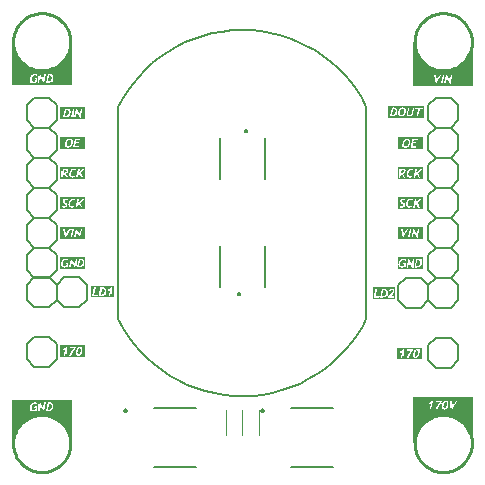
<source format=gto>
%FSTAX44Y44*%
%MOIN*%
%SFA1B1*%

%IPPOS*%
%ADD10C,0.007874*%
%ADD11C,0.007008*%
%ADD12C,0.010000*%
%ADD13C,0.005000*%
%ADD14C,0.003937*%
%LNnixie_in12-1*%
%LPD*%
G36*
X00005887Y00013064D02*
X00005887D01*
Y00013063*
X00005887*
Y00013064*
X00005886*
Y00013064*
X00005887*
Y00013064*
G37*
G36*
X00006393Y0001296D02*
X00006393D01*
Y00012959*
X00006393*
Y0001296*
X00006392*
Y00012961*
X00006393*
Y0001296*
G37*
G36*
X00014339Y00013385D02*
X0001434Y00013385D01*
X00014342Y00013383*
X00014345Y00013382*
X00014348Y00013381*
X00014349*
X00014388*
Y00012366*
Y0001236*
X00014387Y00012355*
Y00011899*
X0001238*
Y00012384*
X0001238*
Y00013385*
X0001244*
Y00013267*
X00012519Y00012992*
X00012598Y00012834*
X00012834Y00012598*
X00013031Y0001248*
X00013228Y0001244*
X00013464*
X000137Y0001248*
X00013937Y00012598*
X00014055Y00012716*
X00014173Y00012874*
X00014291Y0001311*
X00014339Y00013385*
G37*
G36*
X00000953D02*
X00000954Y00013385D01*
X00000957Y00013383*
X00000959Y00013382*
X00000962Y00013381*
X00000963*
X00001002*
Y00012366*
Y0001236*
X00001001Y00012355*
Y0001194*
X-00001003*
Y00012384*
X-00001003*
Y00013385*
X-00000944*
Y00013267*
X-00000866Y00012992*
X-00000787Y00012834*
X-00000551Y00012598*
X-00000354Y0001248*
X-00000157Y0001244*
X00000078*
X00000314Y0001248*
X00000551Y00012598*
X00000669Y00012716*
X00000787Y00012874*
X00000905Y0001311*
X00000953Y00013385*
G37*
G36*
X00012757Y00010852D02*
X0001155D01*
Y00011242*
X00012757*
Y00010852*
G37*
G36*
X00001456Y00010814D02*
X00000618D01*
Y00011205*
X00001456*
Y00010814*
G37*
G36*
X00012703Y00009812D02*
X00011865D01*
Y00010202*
X00012703*
Y00009812*
G37*
G36*
X00001456Y00008814D02*
X00000618D01*
Y00009205*
X00001456*
Y00008814*
G37*
G36*
X00012703Y00008812D02*
X00011865D01*
Y00009202*
X00012703*
Y00008812*
G37*
G36*
X00001456Y00007814D02*
X00000618D01*
Y00008205*
X00001456*
Y00007814*
G37*
G36*
X00012703Y00007812D02*
X00011865D01*
Y00008202*
X00012703*
Y00007812*
G37*
G36*
X00001456Y00006814D02*
X00000618D01*
Y00007205*
X00001456*
Y00006814*
G37*
G36*
X00012703Y00006812D02*
X00011865D01*
Y00007202*
X00012703*
Y00006812*
G37*
G36*
X00001456Y00005814D02*
X00000618D01*
Y00006205*
X00001456*
Y00005814*
G37*
G36*
X00012703Y00005812D02*
X00011865D01*
Y00006202*
X00012703*
Y00005812*
G37*
G36*
X00002396Y00004862D02*
X00001643D01*
Y00005252*
X00002396*
Y00004862*
G37*
G36*
X00011788Y00004813D02*
X00011045D01*
Y00005203*
X00011788*
Y00004813*
G37*
G36*
X00001452Y00002877D02*
X00000614D01*
Y00003268*
X00001452*
Y00002877*
G37*
G36*
X00012693Y000028D02*
X00011855D01*
Y0000319*
X00012693*
Y000028*
G37*
G36*
X00014386Y00001001D02*
X00014384D01*
Y0*
X0001433*
Y00000118*
X00014251Y00000393*
X00014173Y00000551*
X00013937Y00000787*
X0001374Y00000905*
X00013543Y00000944*
X00013307*
X0001307Y00000905*
X00012834Y00000787*
X00012716Y00000669*
X00012598Y00000511*
X0001248Y00000275*
X00012431Y0*
X00012431Y0*
X00012428Y00000002*
X00012426Y00000003*
X00012423Y00000003*
X00012422*
X00012383*
Y00001019*
Y00001025*
X00012384Y0000103*
Y00001551*
X00014386*
Y00001001*
G37*
G36*
X00001001D02*
D01*
Y0*
X00000944*
Y00000118*
X00000866Y00000393*
X00000787Y00000551*
X00000551Y00000787*
X00000354Y00000905*
X00000157Y00000944*
X-00000078*
X-00000314Y00000905*
X-00000551Y00000787*
X-00000669Y00000669*
X-00000787Y00000511*
X-00000905Y00000275*
X-00000953Y0*
X-00000954Y0*
X-00000957Y00000002*
X-00000959Y00000003*
X-00000962Y00000003*
X-00000963*
X-00001002*
Y00001019*
Y00001025*
X-00001001Y0000103*
Y00001433*
X00001001*
Y00001001*
G37*
G36*
X00001456Y00009814D02*
X00000618D01*
Y00010205*
X00001456*
Y00009814*
G37*
%LNnixie_in12-2*%
%LPC*%
G36*
X00013693Y00012289D02*
X0001358D01*
X00013642*
X0001361Y00012108*
X00013505Y00012289*
X00013481*
X00013427Y00011998*
X00013479*
X00013511Y00012181*
X00013619Y00011994*
X00013693*
X00013639*
X00013693Y00012289*
G37*
G36*
X00013324D02*
X00013266D01*
X00013164Y00012096*
X00013129Y00012289*
X00013074*
X00013132Y00011994*
X0001316*
X00013324Y00012289*
G37*
G36*
X00013423D02*
X00013371D01*
X00013318Y00011998*
X00013324*
X0001337*
X00013423Y00012289*
G37*
G36*
X-00000145Y00012312D02*
X-00000392D01*
X-00000215*
X-0000023Y00012312*
X-00000244Y0001231*
X-00000257Y00012308*
X-0000027Y00012305*
X-00000281Y00012301*
X-00000292Y00012296*
X-00000301Y00012292*
X-0000031Y00012287*
X-00000318Y00012282*
X-00000325Y00012277*
X-00000331Y00012274*
X-00000335Y0001227*
X-00000339Y00012266*
X-00000342Y00012264*
X-00000344Y00012262*
X-00000344Y00012262*
X-00000352Y00012252*
X-0000036Y00012241*
X-00000366Y0001223*
X-00000372Y00012219*
X-00000376Y00012207*
X-0000038Y00012196*
X-00000383Y00012185*
X-00000386Y00012174*
X-00000388Y00012164*
X-00000389Y00012155*
X-0000039Y00012146*
X-00000391Y00012139*
Y00012136*
X-00000392Y00012133*
Y00012131*
Y00012129*
Y00012012*
Y00012125*
Y00012116*
X-0000039Y00012107*
X-00000389Y00012099*
X-00000387Y00012091*
X-00000385Y00012084*
X-00000382Y00012077*
X-00000379Y00012071*
X-00000376Y00012066*
X-00000374Y00012061*
X-0000037Y00012056*
X-00000368Y00012052*
X-00000366Y0001205*
X-00000364Y00012047*
X-00000362Y00012045*
X-00000361Y00012044*
X-00000361*
X-00000355Y00012038*
X-00000348Y00012033*
X-00000342Y00012029*
X-00000335Y00012025*
X-00000328Y00012022*
X-00000321Y0001202*
X-00000315Y00012017*
X-00000308Y00012016*
X-00000302Y00012014*
X-00000297Y00012013*
X-00000292Y00012012*
X-00000288Y00012012*
X-00000284*
X-00000282Y00012012*
X-00000279*
X-00000268Y00012012*
X-00000256Y00012013*
X-00000245Y00012014*
X-00000235Y00012016*
X-00000225Y00012019*
X-00000216Y00012022*
X-00000207Y00012024*
X-000002Y00012027*
X-00000193Y0001203*
X-00000187Y00012033*
X-00000182Y00012036*
X-00000177Y00012038*
X-00000174Y0001204*
X-00000172Y00012042*
X-0000017Y00012042*
X-0000017Y00012043*
X-00000145Y00012174*
X-00000237*
X-00000244Y0001213*
X-00000204*
X-00000215Y00012072*
X-00000219Y0001207*
X-00000223Y00012067*
X-00000232Y00012063*
X-0000024Y00012061*
X-00000248Y00012059*
X-00000251Y00012058*
X-00000255Y00012058*
X-00000258Y00012057*
X-0000026*
X-00000262Y00012057*
X-00000265*
X-00000271Y00012057*
X-00000277Y00012058*
X-00000283Y00012059*
X-00000288Y0001206*
X-00000292Y00012061*
X-00000297Y00012063*
X-00000301Y00012065*
X-00000305Y00012067*
X-00000308Y00012069*
X-00000311Y0001207*
X-00000313Y00012072*
X-00000315Y00012074*
X-00000317Y00012075*
X-00000318Y00012075*
X-00000318Y00012076*
X-00000319Y00012077*
X-00000322Y00012081*
X-00000325Y00012085*
X-00000328Y00012089*
X-0000033Y00012094*
X-00000332Y00012098*
X-00000333Y00012103*
X-00000336Y00012112*
X-00000337Y00012116*
X-00000337Y0001212*
X-00000338Y00012124*
X-00000338Y00012126*
X-00000338Y00012129*
Y00012131*
Y00012132*
X-00000338Y00012143*
X-00000337Y00012153*
X-00000335Y00012162*
X-00000333Y00012172*
X-00000331Y0001218*
X-00000328Y00012188*
X-00000325Y00012195*
X-00000322Y00012202*
X-00000319Y00012208*
X-00000317Y00012213*
X-00000314Y00012218*
X-00000311Y00012222*
X-00000309Y00012224*
X-00000308Y00012227*
X-00000307Y00012228*
X-00000307*
X-000003Y00012235*
X-00000294Y00012241*
X-00000287Y00012246*
X-0000028Y00012251*
X-00000273Y00012255*
X-00000266Y00012258*
X-00000259Y0001226*
X-00000252Y00012262*
X-00000246Y00012264*
X-0000024Y00012265*
X-00000235Y00012266*
X-00000231Y00012266*
X-00000227Y00012267*
X-00000225Y00012267*
X-00000222*
X-00000217Y00012267*
X-00000211Y00012266*
X-00000201Y00012264*
X-00000191Y00012262*
X-00000187Y0001226*
X-00000182Y00012258*
X-00000179Y00012257*
X-00000175Y00012255*
X-00000172Y00012254*
X-00000169Y00012252*
X-00000167Y00012251*
X-00000166Y0001225*
X-00000164*
X-00000164Y0001225*
X-00000148Y00012292*
X-00000153Y00012296*
X-00000158Y00012299*
X-00000162Y00012301*
X-00000168Y00012304*
X-00000174Y00012306*
X-00000179Y00012307*
X-0000019Y0001231*
X-00000195Y00012311*
X-000002Y00012311*
X-00000204Y00012312*
X-00000207Y00012312*
X-00000211Y00012312*
X-00000145*
G37*
G36*
X00000141Y00012307D02*
X0000009D01*
X00000058Y00012127*
X-00000046Y00012307*
X00000007*
X-00000123*
Y00012012*
Y00012307*
X-0000007*
X-00000123Y00012016*
X-00000072*
X-0000004Y000122*
X00000067Y00012012*
X00000141*
X00000087*
X00000141Y00012307*
G37*
G36*
X0000039Y00012312D02*
X00000143D01*
X0000025*
X00000241Y00012312*
X00000231Y00012311*
X00000222Y00012311*
X00000214Y00012309*
X0000021Y00012309*
X00000207Y00012309*
X00000203Y00012308*
X00000201Y00012308*
X00000199Y00012307*
X00000197Y00012307*
X00000196*
X00000196*
X00000143Y00012016*
X00000213*
X00000228Y00012017*
X00000242Y00012018*
X00000255Y00012021*
X00000267Y00012024*
X00000278Y00012028*
X00000289Y00012032*
X00000298Y00012036*
X00000307Y0001204*
X00000315Y00012045*
X00000322Y0001205*
X00000327Y00012053*
X00000333Y00012057*
X00000337Y0001206*
X00000339Y00012062*
X0000034Y00012064*
X00000341Y00012064*
X0000035Y00012074*
X00000357Y00012084*
X00000364Y00012094*
X00000369Y00012105*
X00000374Y00012116*
X00000378Y00012126*
X00000381Y00012137*
X00000384Y00012147*
X00000386Y00012157*
X00000387Y00012166*
X00000388Y00012174*
X00000389Y0001218*
Y00012183*
X00000389Y00012186*
Y00012188*
X0000039Y0001219*
Y00012057*
Y00012202*
Y00012194*
X00000389Y00012204*
X00000388Y00012214*
X00000386Y00012223*
X00000384Y00012232*
X00000381Y0001224*
X00000378Y00012247*
X00000375Y00012253*
X00000372Y00012259*
X00000368Y00012264*
X00000364Y00012269*
X00000362Y00012273*
X00000359Y00012276*
X00000356Y00012278*
X00000355Y0001228*
X00000353Y00012281*
X00000353*
X00000346Y00012287*
X00000338Y00012292*
X0000033Y00012296*
X00000322Y00012299*
X00000313Y00012302*
X00000305Y00012305*
X00000296Y00012307*
X00000288Y00012308*
X0000028Y00012309*
X00000274Y00012311*
X00000267Y00012311*
X00000261Y00012312*
X00000257*
X00000253Y00012312*
X0000039*
G37*
%LNnixie_in12-3*%
%LPD*%
G36*
X00000265Y00012267D02*
X00000271Y00012266D01*
X00000276Y00012265*
X00000281Y00012264*
X00000286Y00012262*
X00000291Y00012261*
X00000295Y00012259*
X00000299Y00012257*
X00000302Y00012255*
X00000305Y00012254*
X00000308Y00012252*
X0000031Y0001225*
X00000311Y0001225*
X00000313Y00012248*
X00000313Y00012248*
X00000314Y00012248*
X00000318Y00012244*
X00000321Y0001224*
X00000324Y00012236*
X00000326Y00012231*
X00000329Y00012227*
X0000033Y00012222*
X00000333Y00012214*
X00000334Y00012211*
X00000335Y00012207*
Y00012204*
X00000335Y00012201*
X00000335Y00012199*
Y00012197*
Y00012196*
Y00012196*
X00000335Y00012185*
X00000334Y00012175*
X00000333Y00012165*
X00000331Y00012156*
X00000328Y00012148*
X00000325Y0001214*
X00000323Y00012132*
X0000032Y00012126*
X00000317Y0001212*
X00000314Y00012114*
X00000311Y0001211*
X00000309Y00012107*
X00000307Y00012103*
X00000305Y00012101*
X00000304Y000121*
X00000304Y000121*
X00000298Y00012093*
X00000291Y00012087*
X00000285Y00012082*
X00000277Y00012078*
X0000027Y00012074*
X00000263Y00012071*
X00000256Y00012069*
X0000025Y00012067*
X00000244Y00012065*
X00000238Y00012064*
X00000233Y00012063*
X00000228Y00012063*
X00000224Y00012062*
X00000222Y00012062*
X00000214*
X00000209Y00012062*
X00000207*
X00000205Y00012063*
X00000203*
X00000239Y00012265*
X00000246Y00012266*
X0000025Y00012266*
X00000253Y00012267*
X00000255Y00012267*
X00000259*
X00000265Y00012267*
G37*
%LNnixie_in12-4*%
%LPC*%
G36*
X00012423Y00011192D02*
X0001237D01*
X00012334Y00010997*
X00012331Y00010988*
X00012329Y00010979*
X00012325Y00010973*
X00012321Y00010967*
X00012317Y00010962*
X00012314Y00010959*
X00012313Y00010958*
X00012312Y00010957*
X00012312Y00010957*
X00012311Y00010956*
X00012308Y00010953*
X00012305Y00010951*
X00012297Y00010948*
X00012289Y00010945*
X00012283Y00010944*
X00012276Y00010942*
X00012274Y00010942*
X00012272*
X0001227Y00010942*
X00012267*
X0001226Y00010942*
X00012253Y00010943*
X00012248Y00010945*
X00012242Y00010947*
X00012239Y00010949*
X00012236Y00010951*
X00012235Y00010952*
X00012234Y00010952*
X0001223Y00010957*
X00012227Y00010961*
X00012225Y00010967*
X00012224Y00010972*
X00012222Y00010976*
Y00010979*
X00012222Y00010981*
Y00010982*
Y00010983*
X00012222Y00010987*
Y0001099*
Y00010992*
X00012223Y00010993*
Y00010994*
Y00010994*
X0001226Y00011192*
X00012207*
X0001217Y00010993*
X0001217Y00010988*
X00012169Y00010985*
X00012168Y00010981*
Y00010977*
X00012168Y00010975*
Y00010896*
Y00010971*
X00012168Y00010964*
X00012169Y00010958*
X0001217Y00010953*
X00012172Y00010947*
X00012174Y00010943*
X00012176Y00010938*
X00012179Y00010934*
X00012181Y0001093*
X00012183Y00010927*
X00012186Y00010924*
X00012188Y00010922*
X0001219Y0001092*
X00012192Y00010918*
X00012193Y00010917*
X00012194Y00010916*
X00012194Y00010916*
X00012199Y00010912*
X00012204Y0001091*
X0001221Y00010907*
X00012215Y00010905*
X00012221Y00010903*
X00012226Y00010901*
X00012237Y00010899*
X00012242Y00010898*
X00012246Y00010898*
X00012251Y00010897*
X00012254Y00010897*
X00012257Y00010896*
X00012168*
X00012423*
X00012261*
X0001227Y00010897*
X00012279Y00010898*
X00012287Y00010899*
X00012295Y000109*
X00012302Y00010902*
X00012309Y00010904*
X00012315Y00010907*
X00012321Y00010909*
X00012326Y00010911*
X00012331Y00010913*
X00012335Y00010916*
X00012338Y00010917*
X0001234Y00010919*
X00012342Y0001092*
X00012343Y00010921*
X00012344Y00010921*
X0001235Y00010926*
X00012355Y00010931*
X0001236Y00010937*
X00012364Y00010942*
X00012368Y00010948*
X00012372Y00010954*
X00012374Y0001096*
X00012377Y00010965*
X00012379Y00010971*
X00012381Y00010975*
X00012383Y0001098*
X00012384Y00010983*
X00012385Y00010987*
X00012385Y00010989*
X00012386Y0001099*
Y00010991*
X00012423Y00011192*
G37*
G36*
X00011856Y00011197D02*
X00011609D01*
X00011717*
X00011708*
X00011698Y00011196*
X00011688Y00011195*
X0001168Y00011194*
X00011676Y00011194*
X00011673Y00011193*
X0001167Y00011193*
X00011668*
X00011666Y00011192*
X00011664Y00011192*
X00011663Y00011192*
X00011662*
X00011609Y00010901*
X0001168*
X00011694Y00010902*
X00011708Y00010903*
X00011721Y00010906*
X00011733Y00010909*
X00011745Y00010912*
X00011755Y00010916*
X00011765Y00010921*
X00011774Y00010925*
X00011782Y0001093*
X00011788Y00010934*
X00011794Y00010938*
X00011799Y00010942*
X00011803Y00010945*
X00011806Y00010947*
X00011807Y00010949*
X00011808Y00010949*
X00011816Y00010959*
X00011824Y00010969*
X0001183Y00010979*
X00011836Y0001099*
X0001184Y00011001*
X00011844Y00011011*
X00011848Y00011022*
X0001185Y00011032*
X00011852Y00011042*
X00011853Y0001105*
X00011855Y00011058*
X00011855Y00011065*
Y00011068*
X00011856Y00011071*
Y00011073*
X00011856Y00011075*
Y0001094*
Y00011088*
Y00011079*
X00011856Y00011089*
X00011855Y00011099*
X00011853Y00011108*
X00011851Y00011116*
X00011848Y00011124*
X00011845Y00011132*
X00011841Y00011138*
X00011838Y00011144*
X00011835Y0001115*
X00011831Y00011153*
X00011828Y00011157*
X00011825Y00011161*
X00011823Y00011163*
X00011822Y00011165*
X0001182Y00011166*
X0001182Y00011166*
X00011812Y00011172*
X00011805Y00011177*
X00011797Y00011181*
X00011788Y00011184*
X0001178Y00011187*
X00011771Y00011189*
X00011763Y00011191*
X00011755Y00011193*
X00011747Y00011194*
X0001174Y00011195*
X00011733Y00011196*
X00011728Y00011197*
X00011723*
X0001172*
X00011856*
G37*
G36*
X00012139Y00011197D02*
X00011878D01*
Y00010896*
Y00011009*
X00011878Y00011*
X00011879Y00010991*
X00011881Y00010983*
X00011882Y00010975*
X00011884Y00010968*
X00011887Y00010961*
X00011888Y00010955*
X00011891Y00010949*
X00011894Y00010944*
X00011896Y0001094*
X00011898Y00010936*
X000119Y00010933*
X00011902Y00010931*
X00011903Y00010929*
X00011904Y00010927*
X0001191Y00010922*
X00011915Y00010917*
X00011921Y00010913*
X00011927Y0001091*
X00011933Y00010907*
X00011939Y00010904*
X00011945Y00010902*
X00011951Y000109*
X00011956Y00010899*
X00011961Y00010898*
X00011966Y00010898*
X0001197Y00010897*
X00011973Y00010897*
X00011975Y00010896*
X00011983*
X00011977*
X00011991Y00010897*
X00012004Y00010899*
X00012016Y00010901*
X00012027Y00010905*
X00012038Y00010909*
X00012048Y00010914*
X00012057Y00010918*
X00012064Y00010924*
X00012072Y00010928*
X00012078Y00010933*
X00012083Y00010937*
X00012088Y00010942*
X00012091Y00010945*
X00012094Y00010948*
X00012095Y00010949*
X00012096Y0001095*
X00012103Y00010961*
X0001211Y00010971*
X00012116Y00010983*
X00012121Y00010994*
X00012125Y00011006*
X00012129Y00011018*
X00012131Y00011029*
X00012134Y0001104*
X00012136Y0001105*
X00012137Y00011059*
X00012138Y00011068*
Y00011072*
X00012138Y00011075*
X00012139Y00011078*
Y00011081*
X00012139Y00011083*
Y00010918*
Y00011089*
X00012139Y00011099*
X00012138Y00011108*
X00012137Y00011116*
X00012135Y00011124*
X00012133Y00011131*
X0001213Y00011138*
X00012128Y00011144*
X00012125Y00011149*
X00012122Y00011153*
X0001212Y00011158*
X00012118Y00011161*
X00012115Y00011164*
X00012114Y00011166*
X00012112Y00011168*
X00012111Y00011169*
X00012111*
X00012105Y00011174*
X000121Y00011179*
X00012093Y00011182*
X00012087Y00011185*
X0001208Y00011188*
X00012073Y0001119*
X00012066Y00011192*
X0001206Y00011194*
X00012054Y00011195*
X00012048Y00011196*
X00012044Y00011196*
X00012039Y00011197*
X00012035*
X00012033Y00011197*
X00012139*
G37*
G36*
X00012698Y00011192D02*
X00012453D01*
X00012461*
X00012453Y00011147*
X00012545*
X000125Y00010901*
X00012552*
X00012597Y00011147*
X00012689*
X00012698Y00011192*
G37*
%LNnixie_in12-5*%
%LPD*%
G36*
X00011731Y00011151D02*
X00011737Y00011151D01*
X00011743Y0001115*
X00011748Y00011149*
X00011753Y00011148*
X00011757Y00011146*
X00011762Y00011144*
X00011765Y00011142*
X00011769Y0001114*
X00011772Y00011138*
X00011774Y00011137*
X00011776Y00011135*
X00011778Y00011134*
X00011779Y00011133*
X0001178Y00011133*
Y00011132*
X00011784Y00011129*
X00011788Y00011124*
X0001179Y0001112*
X00011793Y00011116*
X00011795Y00011112*
X00011797Y00011107*
X000118Y00011099*
X000118Y00011096*
X00011801Y00011092*
X00011801Y00011089*
X00011802Y00011086*
Y00011084*
Y00011082*
Y00011081*
Y0001107*
X00011801Y0001106*
X00011799Y0001105*
X00011797Y00011041*
X00011795Y00011032*
X00011792Y00011024*
X00011789Y00011017*
X00011786Y00011011*
X00011783Y00011004*
X0001178Y00011*
X00011778Y00010995*
X00011775Y00010991*
X00011774Y00010988*
X00011772Y00010986*
X00011771Y00010985*
X0001177*
X00011764Y00010978*
X00011758Y00010972*
X00011751Y00010967*
X00011744Y00010963*
X00011737Y00010959*
X0001173Y00010956*
X00011723Y00010953*
X00011716Y00010951*
X0001171Y0001095*
X00011704Y00010949*
X000117Y00010948*
X00011695Y00010948*
X00011691Y00010947*
X00011688*
X00011681*
X00011675*
X00011674*
X00011672Y00010948*
X0001167*
X00011706Y0001115*
X00011713Y00011151*
X00011716Y00011151*
X00011719*
X00011722Y00011152*
X00011725*
X00011731Y00011151*
G37*
G36*
X00012018Y00011197D02*
X00012006Y00011195D01*
X00011995Y00011192*
X00011985Y00011189*
X00011975Y00011185*
X00011966Y0001118*
X00011957Y00011175*
X0001195Y0001117*
X00011943Y00011164*
X00011937Y00011159*
X00011932Y00011155*
X00011928Y00011151*
X00011924Y00011148*
X00011922Y00011144*
X00011921Y00011143*
X0001192Y00011142*
X00011912Y00011132*
X00011906Y0001112*
X000119Y00011109*
X00011896Y00011098*
X00011892Y00011087*
X00011888Y00011076*
X00011885Y00011065*
X00011883Y00011055*
X00011881Y00011046*
X0001188Y00011037*
X00011879Y00011029*
X00011879Y00011022*
X00011878Y0001102*
Y00011017*
Y00011014*
X00011878Y00011013*
Y00011197*
X0001203*
X00012018Y00011197*
G37*
G36*
X00012032Y00011152D02*
X00012037Y00011151D01*
X00012042Y00011151*
X00012046Y0001115*
X00012054Y00011146*
X00012061Y00011142*
X00012067Y00011137*
X00012071Y00011131*
X00012075Y00011125*
X00012079Y00011119*
X00012081Y00011112*
X00012083Y00011107*
X00012084Y00011101*
X00012085Y00011096*
X00012085Y00011092*
X00012086Y00011088*
Y00011087*
Y00011086*
Y00011086*
Y00011085*
X00012085Y00011075*
X00012085Y00011064*
X00012083Y00011054*
X00012081Y00011045*
X00012079Y00011036*
X00012077Y00011027*
X00012075Y0001102*
X00012072Y00011012*
X00012069Y00011006*
X00012067Y00011*
X00012065Y00010996*
X00012062Y00010992*
X00012061Y00010988*
X00012059Y00010986*
X00012059Y00010985*
X00012058Y00010984*
X00012053Y00010977*
X00012047Y0001097*
X00012041Y00010964*
X00012035Y00010959*
X00012029Y00010955*
X00012022Y00010952*
X00012016Y00010949*
X00012011Y00010947*
X00012005Y00010945*
X00012Y00010944*
X00011995Y00010943*
X00011991Y00010942*
X00011988Y00010942*
X00011985Y00010942*
X00011983*
X00011979Y00010942*
X00011975Y00010943*
X0001197Y00010944*
X00011967Y00010945*
X0001196Y00010948*
X00011954Y00010951*
X0001195Y00010955*
X00011947Y00010959*
X00011946Y00010959*
X00011945Y00010961*
X00011945Y00010961*
X00011944Y00010961*
X0001194Y0001097*
X00011937Y00010978*
X00011935Y00010987*
X00011933Y00010996*
X00011932Y00011*
X00011932Y00011003*
Y00011007*
Y00011009*
X00011931Y00011012*
Y00011014*
Y00011014*
Y00011015*
X00011932Y00011024*
X00011933Y00011033*
X00011934Y00011042*
X00011936Y00011051*
X00011938Y00011059*
X0001194Y00011066*
X00011942Y00011074*
X00011945Y00011081*
X00011948Y00011087*
X0001195Y00011092*
X00011952Y00011097*
X00011954Y00011101*
X00011955Y00011104*
X00011957Y00011106*
X00011958Y00011108*
X00011958*
X00011963Y00011116*
X00011969Y00011123*
X00011975Y00011129*
X00011981Y00011134*
X00011986Y00011138*
X00011992Y00011142*
X00011998Y00011144*
X00012003Y00011147*
X00012008Y00011149*
X00012012Y0001115*
X00012016Y00011151*
X0001202Y00011151*
X00012023Y00011152*
X00012025Y00011152*
X00012027*
X00012032Y00011152*
G37*
%LNnixie_in12-6*%
%LPC*%
G36*
X00001086Y00011155D02*
D01*
Y00010864*
X00001033*
X00001086Y00011155*
X00001034*
X00000981Y00010864*
X00001086*
Y00011155*
G37*
G36*
X00000829Y00011159D02*
X00000718D01*
X00000826*
X00000817Y00011159*
X00000807Y00011159*
X00000798Y00011158*
X00000789Y00011157*
X00000785Y00011156*
X00000782Y00011156*
X00000779Y00011155*
X00000777Y00011155*
X00000775Y00011155*
X00000773Y00011154*
X00000772Y00011154*
X00000772*
X00000718Y00010864*
X00000789*
X00000803Y00010864*
X00000817Y00010866*
X00000831Y00010868*
X00000842Y00010871*
X00000854Y00010875*
X00000864Y00010879*
X00000874Y00010883*
X00000883Y00010888*
X00000891Y00010892*
X00000898Y00010896*
X00000903Y000109*
X00000908Y00010904*
X00000912Y00010907*
X00000915Y0001091*
X00000916Y00010911*
X00000917Y00010912*
X00000925Y00010921*
X00000933Y00010931*
X00000939Y00010942*
X00000945Y00010952*
X0000095Y00010963*
X00000953Y00010974*
X00000957Y00010984*
X00000959Y00010994*
X00000961Y00011004*
X00000962Y00011012*
X00000964Y0001102*
X00000964Y00011027*
Y0001103*
X00000965Y00011033*
Y00011035*
X00000965Y00011037*
Y00011043*
Y00011041*
X00000965Y00011051*
X00000964Y00011061*
X00000962Y0001107*
X0000096Y00011079*
X00000957Y00011087*
X00000954Y00011094*
X0000095Y00011101*
X00000947Y00011107*
X00000944Y00011112*
X0000094Y00011116*
X00000937Y0001112*
X00000935Y00011123*
X00000932Y00011125*
X00000931Y00011127*
X00000929Y00011128*
X00000929Y00011129*
X00000922Y00011134*
X00000914Y00011139*
X00000906Y00011143*
X00000898Y00011146*
X00000889Y0001115*
X0000088Y00011152*
X00000872Y00011154*
X00000864Y00011155*
X00000856Y00011157*
X00000849Y00011158*
X00000842Y00011158*
X00000837Y00011159*
X00000833*
X00000829Y00011159*
G37*
G36*
X00001356Y00011155D02*
X0000109D01*
X00001144*
X0000109Y00010864*
X00001142*
X00001174Y00011048*
X00001282Y0001086*
X00001302*
X00001356Y00011155*
G37*
%LNnixie_in12-7*%
%LPD*%
G36*
X0000084Y00011114D02*
X00000846Y00011113D01*
X00000852Y00011112*
X00000857Y00011111*
X00000862Y0001111*
X00000866Y00011108*
X00000871Y00011107*
X00000874Y00011105*
X00000878Y00011103*
X00000881Y00011101*
X00000884Y00011099*
X00000886Y00011098*
X00000887Y00011097*
X00000888Y00011096*
X00000889Y00011095*
X0000089Y00011095*
X00000894Y00011091*
X00000897Y00011087*
X000009Y00011083*
X00000902Y00011079*
X00000904Y00011074*
X00000906Y0001107*
X00000909Y00011062*
X00000909Y00011058*
X0000091Y00011054*
X00000911Y00011051*
X00000911Y00011048*
X00000911Y00011046*
Y00011044*
Y00011044*
Y00011043*
X00000911Y00011032*
X0000091Y00011022*
X00000908Y00011012*
X00000906Y00011003*
X00000904Y00010995*
X00000901Y00010987*
X00000898Y00010979*
X00000896Y00010973*
X00000892Y00010967*
X0000089Y00010962*
X00000887Y00010957*
X00000885Y00010953*
X00000883Y00010951*
X00000881Y00010948*
X0000088Y00010947*
Y00010947*
X00000874Y0001094*
X00000867Y00010934*
X0000086Y00010929*
X00000853Y00010925*
X00000846Y00010922*
X00000839Y00010918*
X00000832Y00010916*
X00000825Y00010914*
X00000819Y00010912*
X00000813Y00010911*
X00000809Y00010911*
X00000804Y0001091*
X000008Y0001091*
X00000797Y00010909*
X0000079*
X00000785Y0001091*
X00000783*
X00000781Y0001091*
X00000779*
X00000815Y00011112*
X00000822Y00011113*
X00000825Y00011114*
X00000829Y00011114*
X00000831Y00011114*
X00000835*
X0000084Y00011114*
G37*
G36*
X00001273Y00010974D02*
X00001168Y00011155D01*
X00001305*
X00001273Y00010974*
G37*
%LNnixie_in12-8*%
%LPC*%
G36*
X00012542Y00010152D02*
X00012354D01*
X00012301Y00009861*
X00012542*
X00012486*
X00012495Y00009907*
X00012362*
X00012379Y00009997*
X00012475*
X00012483Y0001004*
X00012387*
X00012399Y00010107*
X00012533*
X00012542Y00010152*
G37*
G36*
X00012288Y00010157D02*
X00012027D01*
Y00009856*
Y00009969*
X00012027Y0000996*
X00012028Y00009951*
X00012029Y00009942*
X00012031Y00009935*
X00012033Y00009927*
X00012035Y00009921*
X00012038Y00009915*
X0001204Y00009909*
X00012042Y00009904*
X00012045Y000099*
X00012047Y00009896*
X00012049Y00009893*
X00012051Y0000989*
X00012052Y00009888*
X00012053Y00009887*
X00012053*
X00012059Y00009881*
X00012064Y00009877*
X0001207Y00009873*
X00012076Y0000987*
X00012082Y00009866*
X00012088Y00009864*
X00012094Y00009862*
X000121Y0000986*
X00012105Y00009859*
X0001211Y00009858*
X00012114Y00009857*
X00012118Y00009857*
X00012122Y00009857*
X00012124Y00009856*
X00012288*
Y00010049*
X00012288Y00010059*
X00012287Y00010068*
X00012285Y00010076*
X00012284Y00010084*
X00012282Y00010091*
X00012279Y00010098*
X00012277Y00010103*
X00012274Y00010109*
X00012272Y00010113*
X00012269Y00010118*
X00012266Y00010121*
X00012264Y00010124*
X00012262Y00010126*
X00012261Y00010128*
X0001226Y00010129*
X00012254Y00010134*
X00012248Y00010138*
X00012242Y00010142*
X00012235Y00010145*
X00012229Y00010148*
X00012222Y0001015*
X00012215Y00010152*
X00012209Y00010153*
X00012203Y00010155*
X00012197Y00010156*
X00012192Y00010156*
X00012188Y00010157*
X00012184*
X00012181Y00010157*
X00012288*
G37*
%LNnixie_in12-9*%
%LPD*%
G36*
X00012167Y00010157D02*
X00012155Y00010155D01*
X00012144Y00010152*
X00012133Y00010149*
X00012124Y00010144*
X00012114Y0001014*
X00012106Y00010135*
X00012099Y00010129*
X00012092Y00010124*
X00012086Y00010119*
X00012081Y00010115*
X00012077Y00010111*
X00012073Y00010107*
X00012071Y00010104*
X0001207Y00010103*
X00012069Y00010102*
X00012061Y00010092*
X00012055Y0001008*
X0001205Y00010069*
X00012044Y00010058*
X0001204Y00010047*
X00012037Y00010036*
X00012034Y00010025*
X00012032Y00010015*
X0001203Y00010005*
X00012029Y00009997*
X00012028Y00009989*
X00012027Y00009982*
X00012027Y00009979*
Y00009977*
Y00009974*
X00012027Y00009973*
Y00010157*
X00012179*
X00012167Y00010157*
G37*
G36*
X00012181Y00010112D02*
X00012186Y00010111D01*
X00012191Y00010111*
X00012195Y00010109*
X00012203Y00010106*
X0001221Y00010101*
X00012216Y00010097*
X0001222Y00010091*
X00012224Y00010085*
X00012227Y00010079*
X0001223Y00010072*
X00012232Y00010066*
X00012233Y00010061*
X00012234Y00010056*
X00012235Y00010051*
Y00010048*
Y00010047*
Y00010046*
Y00010046*
Y00010045*
Y00010035*
X00012233Y00010024*
X00012232Y00010014*
X00012231Y00010005*
X00012229Y00009996*
X00012226Y00009987*
X00012224Y0000998*
X00012221Y00009972*
X00012218Y00009966*
X00012216Y0000996*
X00012214Y00009955*
X00012211Y00009951*
X0001221Y00009948*
X00012209Y00009946*
X00012207Y00009944*
X00012207Y00009944*
X00012202Y00009937*
X00012196Y0000993*
X0001219Y00009924*
X00012184Y00009919*
X00012177Y00009915*
X00012172Y00009912*
X00012165Y00009909*
X0001216Y00009907*
X00012154Y00009905*
X00012149Y00009904*
X00012144Y00009903*
X0001214Y00009902*
X00012137Y00009902*
X00012134Y00009901*
X00012132*
X00012128Y00009902*
X00012124Y00009903*
X00012119Y00009903*
X00012116Y00009905*
X00012109Y00009908*
X00012103Y00009911*
X00012099Y00009915*
X00012096Y00009918*
X00012095Y00009919*
X00012094Y0000992*
X00012094Y00009921*
X00012093Y00009921*
X00012089Y00009929*
X00012086Y00009938*
X00012083Y00009947*
X00012082Y00009955*
X00012081Y00009959*
Y00009963*
X00012081Y00009966*
Y00009969*
X0001208Y00009972*
Y00009974*
Y00009974*
Y00009975*
X00012081Y00009984*
X00012081Y00009993*
X00012083Y00010002*
X00012085Y00010011*
X00012087Y00010018*
X00012089Y00010026*
X00012091Y00010033*
X00012094Y0001004*
X00012096Y00010046*
X00012099Y00010052*
X00012101Y00010057*
X00012103Y00010061*
X00012105Y00010064*
X00012106Y00010066*
X00012107Y00010068*
X00012107Y00010068*
X00012112Y00010076*
X00012118Y00010083*
X00012124Y00010088*
X00012129Y00010094*
X00012135Y00010098*
X00012141Y00010101*
X00012146Y00010104*
X00012152Y00010107*
X00012157Y00010109*
X00012161Y0001011*
X00012165Y00010111*
X00012169Y00010111*
X00012172Y00010112*
X00012174Y00010112*
X00012175*
X00012181Y00010112*
G37*
G36*
X00012288Y00009856D02*
X00012126D01*
X0001214Y00009857*
X00012153Y00009859*
X00012165Y00009861*
X00012176Y00009865*
X00012187Y00009869*
X00012197Y00009874*
X00012205Y00009878*
X00012213Y00009883*
X00012221Y00009888*
X00012227Y00009893*
X00012232Y00009897*
X00012237Y00009901*
X0001224Y00009905*
X00012242Y00009907*
X00012244Y00009909*
X00012244Y0000991*
X00012252Y0000992*
X00012259Y00009931*
X00012265Y00009942*
X0001227Y00009954*
X00012274Y00009966*
X00012278Y00009977*
X0001228Y00009989*
X00012283Y0001*
X00012285Y0001001*
X00012286Y00010019*
X00012287Y00010027*
X00012287Y00010031*
X00012288Y00010035*
Y00010038*
Y00010041*
X00012288Y00010043*
Y00009856*
G37*
%LNnixie_in12-10*%
%LPC*%
G36*
X00001142Y0000916D02*
X00000918D01*
X00001079*
X00001066Y00009159*
X00001053Y00009158*
X00001042Y00009155*
X0000103Y00009151*
X0000102Y00009148*
X00001011Y00009143*
X00001002Y00009138*
X00000994Y00009133*
X00000987Y00009128*
X00000981Y00009123*
X00000975Y00009118*
X00000971Y00009114*
X00000967Y00009111*
X00000964Y00009108*
X00000963Y00009106*
X00000962Y00009105*
X00000955Y00009095*
X00000948Y00009084*
X00000942Y00009073*
X00000937Y00009062*
X00000933Y0000905*
X00000929Y00009039*
X00000926Y00009028*
X00000924Y00009018*
X00000922Y00009008*
X0000092Y00008999*
X0000092Y00008991*
X00000919Y00008984*
X00000918Y00008981*
Y00008979*
Y00008976*
X00000918Y00008974*
Y00008971*
X00000918Y00008961*
X0000092Y00008953*
X00000921Y00008945*
X00000923Y00008937*
X00000925Y0000893*
X00000927Y00008924*
X0000093Y00008917*
X00000933Y00008912*
X00000935Y00008907*
X00000938Y00008902*
X0000094Y00008899*
X00000942Y00008896*
X00000944Y00008893*
X00000946Y00008891*
X00000947Y0000889*
X00000947Y0000889*
X00000953Y00008885*
X00000959Y0000888*
X00000965Y00008875*
X00000971Y00008872*
X00000977Y00008869*
X00000984Y00008867*
X0000099Y00008865*
X00000996Y00008863*
X00001001Y00008862*
X00001007Y00008861*
X00001011Y0000886*
X00001015Y0000886*
X00001018Y00008859*
X00001021Y00008859*
X00001023*
X00001033Y00008859*
X00001042Y0000886*
X0000105Y00008861*
X00001058Y00008863*
X00001065Y00008865*
X00001072Y00008867*
X00001078Y00008869*
X00001083Y00008872*
X00001088Y00008874*
X00001093Y00008876*
X00001096Y00008878*
X00001099Y0000888*
X00001101Y00008881*
X00001103Y00008883*
X00001104Y00008883*
X00001104Y00008884*
X00001105Y00008929*
X000011Y00008925*
X00001095Y00008921*
X00001089Y00008918*
X00001083Y00008915*
X00001077Y00008912*
X00001071Y00008911*
X00001065Y00008909*
X0000106Y00008908*
X00001054Y00008906*
X0000105Y00008906*
X00001045Y00008905*
X00001041Y00008905*
X00001038*
X00001036Y00008904*
X00001034*
X00001028Y00008905*
X00001024Y00008905*
X00001018Y00008906*
X00001014Y00008908*
X0000101Y00008909*
X00001007Y00008911*
X00001003Y00008912*
X00001Y00008914*
X00000997Y00008916*
X00000995Y00008918*
X00000993Y0000892*
X00000991Y00008922*
X0000099Y00008922*
X00000989Y00008924*
X00000988Y00008924*
X00000988Y00008924*
X00000985Y00008928*
X00000983Y00008933*
X00000981Y00008937*
X00000979Y00008941*
X00000975Y0000895*
X00000974Y00008959*
X00000973Y00008962*
X00000973Y00008966*
X00000972Y0000897*
X00000972Y00008972*
X00000972Y00008975*
Y00008977*
Y00008977*
Y00008978*
X00000972Y00008987*
X00000973Y00008997*
X00000975Y00009006*
X00000976Y00009014*
X00000979Y00009023*
X00000981Y00009031*
X00000984Y00009038*
X00000987Y00009044*
X0000099Y00009051*
X00000992Y00009056*
X00000995Y00009061*
X00000997Y00009065*
X00000999Y00009068*
X00001001Y0000907*
X00001001Y00009072*
X00001002Y00009072*
X00001008Y0000908*
X00001014Y00009087*
X0000102Y00009092*
X00001026Y00009097*
X00001033Y00009101*
X00001039Y00009105*
X00001045Y00009107*
X00001051Y0000911*
X00001056Y00009111*
X00001061Y00009112*
X00001065Y00009114*
X00001069Y00009114*
X00001072*
X00001075Y00009115*
X00001077*
X00001082Y00009114*
X00001087*
X00001096Y00009112*
X00001105Y0000911*
X00001112Y00009107*
X00001115Y00009105*
X00001118Y00009104*
X0000112Y00009103*
X00001123Y00009101*
X00001124Y000091*
X00001126Y00009099*
X00001126Y00009099*
X00001127*
X00001142Y00009148*
X00001131Y00009152*
X0000112Y00009155*
X0000111Y00009157*
X000011Y00009159*
X00001096Y00009159*
X00001092Y00009159*
X00001088Y0000916*
X00001085*
X00001083*
X00001142*
G37*
G36*
X00001422Y00009155D02*
X00001159D01*
X00001212*
X00001159Y00008864*
X00001211*
X00001225Y00008943*
X00001266Y00008988*
X00001321Y00008864*
X00001379*
X00001307Y00009027*
X00001422Y00009155*
G37*
G36*
X00000883Y00009158D02*
X00000653D01*
Y00008864*
Y00009158*
X00000773*
X00000768*
X00000762*
X00000756Y00009157*
X0000075Y00009157*
X00000737Y00009157*
X00000731Y00009156*
X00000725Y00009156*
X0000072*
X00000715Y00009155*
X00000711*
X00000708Y00009155*
X00000706*
X00000653Y00008864*
X00000706*
X00000728Y00008986*
X00000735Y00008985*
X00000741Y00008985*
X00000747*
X00000752*
X00000756Y00008985*
X00000761*
X00000817Y00008864*
X00000875*
X0000081Y00008993*
X00000816Y00008995*
X00000822Y00008997*
X00000827Y00008999*
X00000833Y00009001*
X00000837Y00009004*
X00000842Y00009007*
X00000846Y0000901*
X00000849Y00009012*
X00000853Y00009015*
X00000855Y00009018*
X00000858Y0000902*
X0000086Y00009022*
X00000861Y00009024*
X00000862Y00009025*
X00000863Y00009026*
X00000863*
X00000867Y00009031*
X0000087Y00009037*
X00000873Y00009042*
X00000875Y00009047*
X00000877Y00009052*
X00000879Y00009057*
X00000881Y00009066*
X00000882Y00009071*
X00000883Y00009075*
Y00009078*
X00000883Y00009081*
X00000883Y00009084*
Y00009087*
X00000883Y00009093*
X00000882Y00009099*
X00000881Y00009105*
X00000879Y0000911*
X00000877Y00009114*
X00000875Y00009119*
X00000872Y00009123*
X0000087Y00009126*
X00000867Y00009129*
X00000865Y00009132*
X00000862Y00009134*
X0000086Y00009136*
X00000859Y00009138*
X00000857Y00009138*
X00000856Y00009139*
X00000856Y0000914*
X00000851Y00009143*
X00000845Y00009146*
X00000839Y00009148*
X00000833Y0000915*
X0000082Y00009153*
X00000808Y00009156*
X00000803Y00009156*
X00000798Y00009157*
X00000793Y00009157*
X00000789Y00009158*
X00000786*
X00000883*
G37*
%LNnixie_in12-11*%
%LPD*%
G36*
X0000124Y00009023D02*
X00001264Y00009155D01*
X00001361*
X0000124Y00009023*
G37*
G36*
X00000781Y00009112D02*
X00000786Y00009111D01*
X00000791Y00009111*
X00000796Y0000911*
X000008Y00009109*
X00000803Y00009109*
X00000806Y00009108*
X00000809Y00009107*
X00000811Y00009106*
X00000813Y00009105*
X00000815Y00009105*
X00000816Y00009104*
X00000817Y00009104*
X00000818Y00009103*
X0000082Y00009102*
X00000822Y000091*
X00000825Y00009095*
X00000828Y00009091*
X0000083Y00009086*
X00000831Y00009082*
Y00009078*
X00000832Y00009077*
Y00009076*
Y00009075*
Y00009075*
X00000831Y00009071*
X00000831Y00009067*
X0000083Y00009063*
X00000829Y0000906*
X00000827Y00009056*
X00000825Y00009053*
X0000082Y00009048*
X00000814Y00009043*
X00000808Y00009039*
X00000801Y00009036*
X00000794Y00009034*
X00000787Y00009032*
X00000781Y0000903*
X00000774Y00009029*
X00000768Y00009028*
X00000763*
X00000761*
X0000076Y00009028*
X00000757*
X00000749Y00009028*
X00000746*
X00000743*
X0000074Y00009029*
X00000738*
X00000737Y00009029*
X00000736*
X00000751Y00009111*
X00000756Y00009111*
X00000761Y00009111*
X00000764Y00009112*
X00000766*
X00000768Y00009112*
X00000775*
X00000781Y00009112*
G37*
%LNnixie_in12-12*%
%LPC*%
G36*
X00012389Y00009157D02*
X00012165D01*
X00012326*
X00012313Y00009157*
X000123Y00009155*
X00012288Y00009152*
X00012277Y00009149*
X00012267Y00009145*
X00012257Y0000914*
X00012249Y00009135*
X00012241Y0000913*
X00012234Y00009125*
X00012227Y0000912*
X00012222Y00009115*
X00012218Y00009111*
X00012214Y00009107*
X00012212Y00009105*
X0001221Y00009103*
X0001221Y00009103*
X00012202Y00009092*
X00012195Y00009081*
X00012189Y0000907*
X00012184Y00009059*
X0001218Y00009047*
X00012176Y00009036*
X00012173Y00009025*
X00012171Y00009015*
X00012169Y00009005*
X00012168Y00008996*
X00012166Y00008988*
X00012166Y00008981*
X00012166Y00008978*
Y00008976*
Y00008974*
X00012165Y00008972*
Y00008968*
X00012166Y00008959*
X00012166Y0000895*
X00012168Y00008942*
X0001217Y00008935*
X00012172Y00008927*
X00012174Y00008921*
X00012177Y00008914*
X0001218Y00008909*
X00012182Y00008904*
X00012185Y000089*
X00012188Y00008896*
X0001219Y00008893*
X00012192Y0000889*
X00012193Y00008888*
X00012194Y00008887*
X000122Y00008881*
X00012206Y00008877*
X00012212Y00008873*
X00012218Y0000887*
X00012225Y00008866*
X00012231Y00008864*
X00012237Y00008862*
X00012243Y0000886*
X00012249Y00008859*
X00012254Y00008858*
X00012259Y00008857*
X00012262Y00008857*
X00012266Y00008857*
X00012268Y00008856*
X0001227*
X0001228Y00008857*
X00012289Y00008857*
X00012298Y00008859*
X00012305Y0000886*
X00012312Y00008862*
X00012319Y00008864*
X00012325Y00008866*
X00012331Y00008869*
X00012336Y00008871*
X0001234Y00008873*
X00012343Y00008875*
X00012346Y00008877*
X00012348Y00008879*
X0001235Y0000888*
X00012351Y00008881*
X00012351Y00008881*
X00012353Y00008927*
X00012348Y00008922*
X00012342Y00008918*
X00012336Y00008915*
X0001233Y00008912*
X00012324Y0000891*
X00012318Y00008908*
X00012312Y00008906*
X00012307Y00008905*
X00012301Y00008903*
X00012296Y00008903*
X00012292Y00008902*
X00012288Y00008902*
X00012285*
X00012283Y00008901*
X00012281*
X00012275Y00008902*
X00012271Y00008903*
X00012266Y00008903*
X00012261Y00008905*
X00012257Y00008906*
X00012253Y00008908*
X0001225Y0000891*
X00012247Y00008912*
X00012244Y00008913*
X00012242Y00008915*
X0001224Y00008917*
X00012238Y00008919*
X00012237Y0000892*
X00012236Y00008921*
X00012235Y00008921*
Y00008922*
X00012232Y00008925*
X0001223Y0000893*
X00012227Y00008934*
X00012225Y00008938*
X00012223Y00008947*
X00012221Y00008956*
X0001222Y0000896*
X0001222Y00008964*
Y00008967*
X00012219Y0000897*
X00012219Y00008972*
Y00008974*
Y00008975*
Y00008975*
X00012219Y00008985*
X0001222Y00008994*
X00012222Y00009003*
X00012224Y00009012*
X00012225Y0000902*
X00012228Y00009028*
X00012231Y00009035*
X00012234Y00009042*
X00012237Y00009048*
X00012239Y00009053*
X00012242Y00009058*
X00012244Y00009062*
X00012246Y00009065*
X00012248Y00009068*
X00012249Y00009069*
X00012249Y0000907*
X00012255Y00009077*
X00012261Y00009084*
X00012267Y00009089*
X00012273Y00009094*
X0001228Y00009098*
X00012286Y00009101*
X00012292Y00009105*
X00012298Y00009107*
X00012303Y00009109*
X00012308Y0000911*
X00012312Y00009111*
X00012316Y00009111*
X0001232Y00009112*
X00012322Y00009112*
X00012324*
X00012329Y00009112*
X00012334Y00009111*
X00012343Y00009109*
X00012351Y00009107*
X00012359Y00009104*
X00012362Y00009102*
X00012365Y00009101*
X00012368Y000091*
X0001237Y00009098*
X00012372Y00009098*
X00012373Y00009096*
X00012374Y00009096*
X00012374Y00009096*
X00012389Y00009145*
X00012378Y00009149*
X00012367Y00009152*
X00012357Y00009154*
X00012347Y00009156*
X00012343Y00009156*
X00012339Y00009157*
X00012335*
X00012332*
X0001233Y00009157*
X00012389*
G37*
G36*
X00012669Y00009152D02*
X00012608D01*
X00012487Y0000902*
X00012511Y00009152*
X00012459*
X00012406Y00008861*
X00012562*
X00012457*
X00012472Y0000894*
X00012514Y00008986*
X00012568Y00008861*
X00012669*
X00012627*
X00012554Y00009024*
X00012669Y00009152*
G37*
G36*
X00012131Y00009155D02*
X000119D01*
Y00008861*
Y00009155*
X0001202*
X00012015Y00009155*
X00012009*
X00012003*
X00011997Y00009154*
X00011984Y00009154*
X00011978Y00009153*
X00011972Y00009153*
X00011967Y00009153*
X00011962*
X00011958*
X00011955Y00009152*
X00011953*
X000119Y00008861*
X00011953*
X00011975Y00008983*
X00011982Y00008983*
X00011988Y00008982*
X00011994Y00008982*
X00011999*
X00012003*
X00012008*
X00012064Y00008861*
X00012122*
X00012057Y0000899*
X00012063Y00008992*
X00012069Y00008994*
X00012074Y00008996*
X0001208Y00008999*
X00012084Y00009001*
X00012089Y00009004*
X00012093Y00009007*
X00012096Y0000901*
X000121Y00009012*
X00012102Y00009015*
X00012105Y00009017*
X00012107Y00009019*
X00012109Y00009021*
X0001211Y00009023*
X0001211Y00009023*
X00012111Y00009024*
X00012114Y00009029*
X00012117Y00009034*
X0001212Y00009039*
X00012122Y00009044*
X00012124Y00009049*
X00012125Y00009054*
X00012128Y00009064*
X00012129Y00009068*
X00012129Y00009072*
X0001213Y00009075*
X0001213Y00009078*
X00012131Y00009081*
Y00009084*
X0001213Y0000909*
X00012129Y00009096*
X00012128Y00009102*
X00012126Y00009107*
X00012124Y00009112*
X00012122Y00009116*
X0001212Y0000912*
X00012117Y00009123*
X00012114Y00009127*
X00012112Y00009129*
X0001211Y00009131*
X00012107Y00009133*
X00012106Y00009135*
X00012104Y00009136*
X00012103Y00009137*
X00012103Y00009137*
X00012098Y0000914*
X00012092Y00009143*
X00012086Y00009145*
X0001208Y00009147*
X00012068Y00009151*
X00012055Y00009153*
X0001205Y00009153*
X00012045Y00009154*
X0001204Y00009155*
X00012037*
X00012033Y00009155*
X00012131*
G37*
%LNnixie_in12-13*%
%LPD*%
G36*
X00012029Y00009109D02*
X00012033Y00009109D01*
X00012038Y00009108*
X00012043Y00009107*
X00012047Y00009107*
X0001205Y00009105*
X00012053Y00009105*
X00012056Y00009104*
X00012059Y00009103*
X00012061Y00009103*
X00012062Y00009102*
X00012063Y00009101*
X00012064Y00009101*
X00012064Y00009101*
X00012067Y00009099*
X0001207Y00009097*
X00012073Y00009092*
X00012075Y00009088*
X00012077Y00009083*
X00012078Y00009079*
X00012079Y00009075*
X00012079Y00009074*
Y00009073*
Y00009072*
X00012079Y00009068*
X00012078Y00009064*
X00012077Y0000906*
X00012076Y00009057*
X00012074Y00009053*
X00012072Y0000905*
X00012067Y00009045*
X00012062Y0000904*
X00012055Y00009037*
X00012048Y00009033*
X00012041Y00009031*
X00012035Y00009029*
X00012027Y00009027*
X00012021Y00009026*
X00012015Y00009025*
X00012011Y00009025*
X00012009*
X00012007*
X00012003*
X00011996*
X00011993*
X0001199Y00009025*
X00011987Y00009026*
X00011985*
X00011984Y00009026*
X00011983*
X00011998Y00009107*
X00012003Y00009108*
X00012007Y00009109*
X00012011Y00009109*
X00012013*
X00012015Y00009109*
X00012023*
X00012029Y00009109*
G37*
%LNnixie_in12-14*%
%LPC*%
G36*
X00001118Y0000816D02*
X00000894D01*
X00001055*
X00001042Y00008159*
X00001029Y00008158*
X00001018Y00008155*
X00001007Y00008151*
X00000996Y00008148*
X00000987Y00008143*
X00000978Y00008138*
X0000097Y00008133*
X00000963Y00008128*
X00000957Y00008123*
X00000951Y00008118*
X00000947Y00008114*
X00000943Y00008111*
X0000094Y00008108*
X00000939Y00008106*
X00000938Y00008105*
X00000931Y00008095*
X00000924Y00008084*
X00000918Y00008073*
X00000913Y00008062*
X00000909Y0000805*
X00000905Y00008039*
X00000902Y00008028*
X000009Y00008018*
X00000898Y00008008*
X00000896Y00007999*
X00000896Y00007991*
X00000895Y00007984*
X00000894Y00007981*
Y00007979*
Y00007976*
Y00007974*
Y00007971*
Y00007961*
X00000896Y00007953*
X00000897Y00007945*
X00000899Y00007937*
X00000901Y0000793*
X00000903Y00007924*
X00000906Y00007917*
X00000909Y00007912*
X00000911Y00007907*
X00000914Y00007902*
X00000916Y00007899*
X00000918Y00007896*
X0000092Y00007893*
X00000922Y00007891*
X00000923Y0000789*
X00000923Y0000789*
X00000929Y00007885*
X00000935Y0000788*
X00000941Y00007875*
X00000947Y00007872*
X00000953Y00007869*
X0000096Y00007867*
X00000966Y00007865*
X00000972Y00007863*
X00000977Y00007862*
X00000983Y00007861*
X00000987Y0000786*
X00000991Y0000786*
X00000995Y00007859*
X00000997Y00007859*
X00000999*
X00001009Y00007859*
X00001018Y0000786*
X00001026Y00007861*
X00001034Y00007863*
X00001042Y00007865*
X00001048Y00007867*
X00001054Y00007869*
X00001059Y00007872*
X00001064Y00007874*
X00001069Y00007876*
X00001072Y00007878*
X00001075Y0000788*
X00001077Y00007881*
X00001079Y00007883*
X0000108Y00007883*
X0000108Y00007884*
X00001081Y00007929*
X00001076Y00007925*
X00001071Y00007921*
X00001065Y00007918*
X00001059Y00007915*
X00001053Y00007912*
X00001048Y00007911*
X00001042Y00007909*
X00001036Y00007908*
X0000103Y00007906*
X00001025Y00007906*
X00001021Y00007905*
X00001017Y00007905*
X00001014*
X00001012Y00007904*
X0000101*
X00001005Y00007905*
X00001Y00007905*
X00000995Y00007906*
X0000099Y00007908*
X00000986Y00007909*
X00000983Y00007911*
X00000979Y00007912*
X00000976Y00007914*
X00000973Y00007916*
X00000971Y00007918*
X00000969Y0000792*
X00000967Y00007922*
X00000966Y00007922*
X00000965Y00007924*
X00000964Y00007924*
X00000964Y00007924*
X00000961Y00007928*
X00000959Y00007933*
X00000957Y00007937*
X00000955Y00007941*
X00000951Y0000795*
X0000095Y00007959*
X00000949Y00007962*
X00000949Y00007966*
X00000948Y0000797*
X00000948Y00007972*
X00000948Y00007975*
Y00007977*
Y00007977*
Y00007978*
X00000948Y00007987*
X00000949Y00007997*
X00000951Y00008006*
X00000952Y00008014*
X00000955Y00008023*
X00000957Y00008031*
X0000096Y00008038*
X00000963Y00008044*
X00000966Y00008051*
X00000968Y00008056*
X00000971Y00008061*
X00000973Y00008065*
X00000975Y00008068*
X00000977Y0000807*
X00000977Y00008072*
X00000978Y00008072*
X00000984Y0000808*
X0000099Y00008087*
X00000996Y00008092*
X00001002Y00008097*
X00001009Y00008101*
X00001015Y00008105*
X00001021Y00008107*
X00001027Y0000811*
X00001032Y00008111*
X00001037Y00008112*
X00001042Y00008114*
X00001045Y00008114*
X00001048*
X00001051Y00008115*
X00001053*
X00001058Y00008114*
X00001063*
X00001072Y00008112*
X00001081Y0000811*
X00001088Y00008107*
X00001091Y00008105*
X00001094Y00008104*
X00001097Y00008103*
X00001099Y00008101*
X00001101Y000081*
X00001102Y00008099*
X00001103Y00008099*
X00001118Y00008148*
X00001107Y00008152*
X00001096Y00008155*
X00001086Y00008157*
X00001076Y00008159*
X00001072Y00008159*
X00001068Y00008159*
X00001064Y0000816*
X00001061*
X00001059*
X00001118*
G37*
G36*
X00000871D02*
X00000676D01*
X00000803*
X00000795*
X00000787Y00008159*
X0000078Y00008158*
X00000774Y00008156*
X00000767Y00008154*
X00000762Y00008152*
X00000757Y0000815*
X00000751Y00008148*
X00000747Y00008146*
X00000744Y00008144*
X0000074Y00008142*
X00000738Y0000814*
X00000735Y00008138*
X00000734Y00008137*
X00000733Y00008137*
X00000733Y00008136*
X00000728Y00008132*
X00000724Y00008127*
X0000072Y00008122*
X00000718Y00008116*
X00000715Y00008111*
X00000713Y00008106*
X00000711Y00008101*
X0000071Y00008096*
X00000709Y00008091*
X00000708Y00008087*
X00000707Y00008083*
X00000707Y00008079*
Y00008077*
X00000706Y00008074*
Y00008073*
Y00008073*
X00000707Y00008065*
X00000707Y00008062*
X00000708Y00008059*
X00000708Y00008056*
X00000709Y00008054*
X00000709Y00008053*
Y00008053*
X00000712Y00008046*
X00000713Y00008042*
X00000714Y0000804*
X00000716Y00008037*
X00000716Y00008035*
X00000717Y00008034*
X00000718Y00008034*
X0000072Y0000803*
X00000722Y00008027*
X00000724Y00008025*
X00000725Y00008023*
X00000726Y00008022*
X00000727Y0000802*
X00000727Y0000802*
X00000728Y00008019*
X0000073Y00008017*
X00000733Y00008014*
X0000074Y00008009*
X00000743Y00008007*
X00000745Y00008005*
X00000747Y00008003*
X00000747Y00008003*
X00000779Y00007978*
X00000783Y00007974*
X00000787Y00007971*
X0000079Y00007967*
X00000794Y00007964*
X00000796Y00007961*
X00000798Y00007958*
X000008Y00007955*
X00000801Y00007952*
X00000803Y00007948*
X00000804Y00007944*
X00000804Y00007943*
Y00007942*
Y00007942*
Y00007938*
X00000804Y00007936*
X00000802Y00007931*
X000008Y00007926*
X00000798Y00007922*
X00000795Y0000792*
X00000792Y00007918*
X00000791Y00007916*
X0000079*
X0000079*
X00000785Y00007913*
X00000779Y00007911*
X00000773Y00007909*
X00000767Y00007908*
X00000762Y00007907*
X0000076*
X00000759Y00007907*
X00000755*
X00000748Y00007907*
X00000742Y00007908*
X00000736Y00007909*
X0000073Y0000791*
X00000725Y00007912*
X0000072Y00007913*
X00000715Y00007915*
X00000711Y00007917*
X00000707Y00007919*
X00000703Y00007921*
X000007Y00007922*
X00000698Y00007924*
X00000696Y00007925*
X00000694Y00007926*
X00000693Y00007927*
X00000693Y00007927*
X00000676Y00007876*
X00000683Y00007873*
X0000069Y0000787*
X00000696Y00007868*
X00000703Y00007866*
X00000715Y00007863*
X00000721Y00007862*
X00000726Y00007861*
X00000731Y00007861*
X00000736Y0000786*
X0000074Y0000786*
X00000744Y00007859*
X00000746Y00007859*
X0000075*
X00000759Y00007859*
X00000767Y0000786*
X00000775Y00007861*
X00000782Y00007863*
X00000789Y00007864*
X00000796Y00007866*
X00000801Y00007868*
X00000807Y0000787*
X00000812Y00007872*
X00000816Y00007875*
X0000082Y00007876*
X00000822Y00007878*
X00000825Y00007879*
X00000826Y00007881*
X00000827Y00007881*
Y00007881*
X00000833Y00007886*
X00000837Y0000789*
X00000842Y00007896*
X00000845Y000079*
X00000848Y00007906*
X00000851Y00007911*
X00000853Y00007916*
X00000854Y00007921*
X00000855Y00007926*
X00000856Y0000793*
X00000857Y00007934*
X00000857Y00007937*
Y0000794*
X00000858Y00007942*
Y00007944*
X00000857Y00007951*
Y00007955*
X00000856Y00007957*
X00000855Y0000796*
X00000855Y00007962*
X00000855Y00007963*
Y00007964*
X00000852Y00007971*
X00000851Y00007975*
X00000849Y00007977*
X00000848Y0000798*
X00000847Y00007982*
X00000846Y00007983*
X00000846Y00007983*
X00000843Y00007987*
X00000841Y0000799*
X00000839Y00007993*
X00000838Y00007995*
X00000836Y00007996*
X00000835Y00007998*
X00000835Y00007998*
X00000834Y00007999*
X00000832Y00008001*
X00000829Y00008004*
X00000823Y00008009*
X0000082Y00008012*
X00000818Y00008014*
X00000816Y00008016*
X00000815Y00008016*
X00000785Y00008042*
X00000781Y00008046*
X00000777Y00008049*
X00000773Y00008053*
X00000771Y00008056*
X00000768Y0000806*
X00000766Y00008062*
X00000764Y00008065*
X00000763Y00008068*
X00000761Y00008072*
X0000076Y00008075*
X0000076Y00008077*
Y00008078*
X00000761Y00008085*
X00000762Y0000809*
X00000764Y00008095*
X00000767Y00008099*
X00000771Y00008103*
X00000775Y00008105*
X00000779Y00008108*
X00000784Y0000811*
X00000788Y00008111*
X00000792Y00008112*
X00000796Y00008113*
X000008Y00008114*
X00000803Y00008114*
X00000806Y00008114*
X00000808*
X00000812Y00008114*
X00000816Y00008114*
X00000825Y00008112*
X00000833Y00008109*
X0000084Y00008106*
X00000843Y00008105*
X00000846Y00008103*
X00000849Y00008101*
X00000851Y000081*
X00000852Y00008099*
X00000853Y00008098*
X00000854Y00008098*
X00000855Y00008098*
X00000871Y00008149*
X00000867Y0000815*
X00000862Y00008152*
X00000857Y00008153*
X00000851Y00008154*
X00000847Y00008155*
X00000843Y00008156*
X00000841*
X0000084Y00008156*
X00000839*
X00000831Y00008158*
X00000824Y00008158*
X00000818Y00008159*
X00000812Y0000816*
X00000808*
X00000805*
X00000871*
G37*
G36*
X00001398Y00008155D02*
X00001337D01*
X00001216Y00008023*
X0000124Y00008155*
X00001296*
X00001188*
X00001135Y00007864*
X00001216*
X00001187*
X00001201Y00007943*
X00001242Y00007988*
X00001297Y00007864*
X00001355*
X00001283Y00008027*
X00001398Y00008155*
G37*
G36*
X00012365Y00008157D02*
X00012302D01*
X00012289Y00008157*
X00012277Y00008155*
X00012265Y00008152*
X00012253Y00008149*
X00012243Y00008145*
X00012233Y0000814*
X00012225Y00008135*
X00012217Y0000813*
X0001221Y00008125*
X00012204Y0000812*
X00012198Y00008115*
X00012194Y00008111*
X0001219Y00008107*
X00012188Y00008105*
X00012186Y00008103*
X00012186Y00008103*
X00012178Y00008092*
X00012171Y00008081*
X00012165Y0000807*
X0001216Y00008059*
X00012156Y00008047*
X00012152Y00008036*
X00012149Y00008025*
X00012147Y00008015*
X00012145Y00008005*
X00012144Y00007996*
X00012143Y00007988*
X00012142Y00007981*
X00012142Y00007978*
Y00007976*
Y00007974*
X00012141Y00007972*
Y00007968*
X00012142Y00007959*
X00012143Y0000795*
X00012144Y00007942*
X00012146Y00007935*
X00012148Y00007927*
X00012151Y00007921*
X00012153Y00007914*
X00012156Y00007909*
X00012159Y00007904*
X00012161Y000079*
X00012164Y00007896*
X00012166Y00007893*
X00012168Y0000789*
X00012169Y00007888*
X0001217Y00007887*
X0001217*
X00012176Y00007881*
X00012182Y00007877*
X00012188Y00007873*
X00012194Y0000787*
X00012201Y00007866*
X00012207Y00007864*
X00012213Y00007862*
X00012219Y0000786*
X00012225Y00007859*
X0001223Y00007858*
X00012235Y00007857*
X00012238Y00007857*
X00012242Y00007857*
X00012244Y00007856*
X00012141*
X00012246*
X00012256Y00007857*
X00012265Y00007857*
X00012274Y00007859*
X00012281Y0000786*
X00012288Y00007862*
X00012295Y00007864*
X00012301Y00007866*
X00012307Y00007869*
X00012312Y00007871*
X00012316Y00007873*
X00012319Y00007875*
X00012322Y00007877*
X00012324Y00007879*
X00012326Y0000788*
X00012327Y00007881*
X00012327Y00007881*
X00012329Y00007927*
X00012324Y00007922*
X00012318Y00007918*
X00012312Y00007915*
X00012306Y00007912*
X000123Y0000791*
X00012294Y00007908*
X00012288Y00007906*
X00012283Y00007905*
X00012277Y00007903*
X00012273Y00007903*
X00012268Y00007902*
X00012264Y00007902*
X00012261*
X00012259Y00007901*
X00012257*
X00012251Y00007902*
X00012247Y00007903*
X00012242Y00007903*
X00012237Y00007905*
X00012233Y00007906*
X00012229Y00007908*
X00012226Y0000791*
X00012223Y00007912*
X0001222Y00007913*
X00012218Y00007915*
X00012216Y00007917*
X00012214Y00007919*
X00012213Y0000792*
X00012212Y00007921*
Y00007921*
X00012211Y00007922*
X00012208Y00007925*
X00012206Y0000793*
X00012204Y00007934*
X00012202Y00007938*
X00012199Y00007947*
X00012197Y00007956*
X00012196Y0000796*
Y00007964*
X00012196Y00007967*
X00012195Y0000797*
X00012195Y00007972*
Y00007974*
Y00007975*
Y00007975*
X00012195Y00007985*
X00012196Y00007994*
X00012198Y00008003*
X000122Y00008012*
X00012202Y0000802*
X00012204Y00008028*
X00012207Y00008035*
X0001221Y00008042*
X00012213Y00008048*
X00012216Y00008053*
X00012218Y00008058*
X0001222Y00008062*
X00012222Y00008065*
X00012224Y00008068*
X00012225Y00008069*
X00012225Y0000807*
X00012231Y00008077*
X00012237Y00008084*
X00012243Y00008089*
X00012249Y00008094*
X00012256Y00008098*
X00012262Y00008101*
X00012268Y00008105*
X00012274Y00008107*
X00012279Y00008109*
X00012284Y0000811*
X00012288Y00008111*
X00012292Y00008111*
X00012296Y00008112*
X00012298Y00008112*
X000123*
X00012305Y00008112*
X0001231Y00008111*
X00012319Y00008109*
X00012328Y00008107*
X00012335Y00008104*
X00012338Y00008102*
X00012342Y00008101*
X00012344Y000081*
X00012346Y00008098*
X00012348Y00008098*
X00012349Y00008096*
X0001235Y00008096*
X0001235Y00008096*
X00012365Y00008145*
X00012354Y00008149*
X00012344Y00008152*
X00012333Y00008154*
X00012323Y00008156*
X00012319Y00008156*
X00012315Y00008157*
X00012311*
X00012308*
X00012306Y00008157*
X00012365*
G37*
G36*
X00012118D02*
D01*
Y00007856*
X00011998*
X00012006Y00007857*
X00012014Y00007857*
X00012022Y00007858*
X00012029Y0000786*
X00012037Y00007862*
X00012043Y00007864*
X00012049Y00007866*
X00012054Y00007868*
X00012059Y0000787*
X00012063Y00007872*
X00012066Y00007874*
X0001207Y00007875*
X00012072Y00007877*
X00012074Y00007877*
X00012074Y00007878*
X00012075Y00007879*
X0001208Y00007883*
X00012085Y00007888*
X00012089Y00007893*
X00012092Y00007898*
X00012095Y00007903*
X00012098Y00007908*
X000121Y00007913*
X00012101Y00007918*
X00012102Y00007923*
X00012103Y00007927*
X00012104Y00007931*
X00012105Y00007935*
Y00007937*
X00012105Y00007939*
Y0000794*
Y00007941*
X00012104Y00007948*
X00012104Y00007952*
X00012103Y00007955*
X00012103Y00007957*
X00012102Y00007959*
X00012102Y00007961*
Y00007961*
X00012099Y00007968*
X00012098Y00007972*
X00012096Y00007975*
X00012095Y00007977*
X00012094Y00007979*
X00012093Y0000798*
X00012093Y00007981*
X0001209Y00007984*
X00012088Y00007987*
X00012087Y0000799*
X00012085Y00007992*
X00012083Y00007994*
X00012082Y00007995*
X00012082Y00007996*
X00012081*
X00012079Y00007998*
X00012076Y00008001*
X0001207Y00008007*
X00012067Y00008009*
X00012064Y00008011*
X00012063Y00008013*
X00012062Y00008013*
X00012032Y00008039*
X00012027Y00008043*
X00012024Y00008046*
X0001202Y0000805*
X00012018Y00008053*
X00012015Y00008057*
X00012013Y0000806*
X00012011Y00008062*
X0001201Y00008065*
X00012008Y00008069*
X00012007Y00008072*
X00012007Y00008074*
Y00008075*
Y00008075*
X00012007Y00008082*
X00012009Y00008087*
X00012011Y00008092*
X00012014Y00008096*
X00012018Y000081*
X00012022Y00008103*
X00012026Y00008105*
X00012031Y00008107*
X00012035Y00008109*
X0001204Y00008109*
X00012044Y00008111*
X00012047Y00008111*
X00012051Y00008111*
X00012053*
X00012055*
X00012059*
X00012064Y00008111*
X00012072Y00008109*
X0001208Y00008106*
X00012087Y00008103*
X0001209Y00008101*
X00012093Y000081*
X00012096Y00008099*
X00012098Y00008098*
X000121Y00008096*
X00012101Y00008096*
X00012101Y00008095*
X00012102Y00008095*
X00012118Y00008146*
X00012114Y00008148*
X00012109Y00008149*
X00012104Y0000815*
X00012099Y00008151*
X00012094Y00008152*
X0001209Y00008153*
X00012088Y00008153*
X00012087Y00008153*
X00012086*
X00012078Y00008155*
X00012071Y00008155*
X00012065Y00008156*
X0001206Y00008157*
X00012055*
X00012053Y00008157*
X0001205*
X00012042Y00008157*
X00012035Y00008156*
X00012027Y00008155*
X00012021Y00008153*
X00012014Y00008151*
X00012009Y0000815*
X00012003Y00008148*
X00011999Y00008145*
X00011994Y00008143*
X00011991Y00008141*
X00011988Y00008139*
X00011985Y00008137*
X00011983Y00008136*
X00011981Y00008135*
X0001198Y00008134*
X0001198Y00008133*
X00011975Y00008129*
X00011971Y00008124*
X00011968Y00008119*
X00011964Y00008114*
X00011962Y00008109*
X0001196Y00008103*
X00011958Y00008098*
X00011957Y00008093*
X00011956Y00008088*
X00011955Y00008084*
X00011954Y0000808*
X00011954Y00008076*
Y00008074*
X00011953Y00008072*
Y0000807*
Y0000807*
X00011954Y00008062*
X00011954Y00008059*
X00011955Y00008056*
X00011955Y00008053*
X00011956Y00008051*
X00011956Y0000805*
Y0000805*
X00011959Y00008043*
X0001196Y0000804*
X00011961Y00008037*
X00011962Y00008035*
X00011964Y00008033*
X00011964Y00008031*
X00011964*
X00011966Y00008027*
X00011968Y00008025*
X0001197Y00008022*
X00011972Y0000802*
X00011973Y00008019*
X00011974Y00008017*
X00011975Y00008017*
X00011975Y00008016*
X00011977Y00008014*
X0001198Y00008012*
X00011987Y00008006*
X0001199Y00008004*
X00011992Y00008002*
X00011994Y00008001*
X00011994Y00008*
X00012026Y00007975*
X00012031Y00007972*
X00012035Y00007968*
X00012038Y00007964*
X00012041Y00007961*
X00012043Y00007958*
X00012045Y00007955*
X00012047Y00007952*
X00012048Y0000795*
X0001205Y00007945*
X00012051Y00007942*
X00012051Y0000794*
Y00007939*
Y00007939*
Y00007938*
Y00007936*
X00012051Y00007933*
X00012049Y00007928*
X00012047Y00007923*
X00012045Y0000792*
X00012042Y00007917*
X0001204Y00007915*
X00012038Y00007913*
X00012038Y00007913*
X00012037*
X00012032Y0000791*
X00012026Y00007908*
X0001202Y00007907*
X00012014Y00007905*
X00012009Y00007905*
X00012007*
X00012005Y00007904*
X00012002*
X00011996Y00007905*
X00011989Y00007905*
X00011983Y00007906*
X00011977Y00007907*
X00011972Y00007909*
X00011967Y00007911*
X00011962Y00007912*
X00011958Y00007914*
X00011954Y00007916*
X0001195Y00007918*
X00011947Y0000792*
X00011945Y00007921*
X00011942Y00007922*
X00011941Y00007923*
X0001194Y00007924*
X0001194Y00007924*
X00011924Y00007873*
X0001193Y0000787*
X00011937Y00007868*
X00011943Y00007865*
X0001195Y00007864*
X00011962Y0000786*
X00011968Y00007859*
X00011974Y00007858*
X00011979Y00007858*
X00011983Y00007857*
X00011987Y00007857*
X00011991Y00007857*
X00011994Y00007856*
X00011924*
X00012118*
Y00008157*
G37*
G36*
X00012645Y00008152D02*
X00012584D01*
X00012463Y0000802*
X00012487Y00008152*
X00012543*
X00012435*
X00012382Y00007861*
X00012463*
X00012434*
X00012448Y0000794*
X0001249Y00007986*
X00012544Y00007861*
X00012603*
X0001253Y00008024*
X00012645Y00008152*
G37*
G36*
D01*
Y00007861*
Y00008152*
G37*
G36*
X00012365Y00008157D02*
D01*
Y00007856*
Y00008157*
G37*
G36*
X00001077Y00007157D02*
X00000727D01*
X00000786Y00006862*
X00000814*
X00000977Y00007157*
X00001025*
X00000972Y00006866*
X00000977*
X00001024*
X00001077Y00007157*
G37*
G36*
X00001347D02*
X00001081D01*
X00001135*
X00001081Y00006866*
X00001133*
X00001165Y0000705*
X00001273Y00006862*
X00001293*
X00001347Y00007157*
G37*
%LNnixie_in12-15*%
%LPD*%
G36*
X00000818Y00006964D02*
X00000783Y00007157D01*
X0000092*
X00000818Y00006964*
G37*
G36*
X00001264Y00006976D02*
X00001159Y00007157D01*
X00001296*
X00001264Y00006976*
G37*
%LNnixie_in12-16*%
%LPC*%
G36*
X00012324Y00007154D02*
X00011975D01*
X00012033Y00006859*
X00012061*
X00012225Y00007154*
X00012272*
X00012219Y00006863*
X00012225*
X00012324*
X00012271*
X00012324Y00007154*
G37*
G36*
X00012594D02*
X00012329D01*
X00012382*
X00012329Y00006863*
X0001238*
X00012412Y00007047*
X0001252Y00006859*
X0001254*
X00012594Y00007154*
G37*
%LNnixie_in12-17*%
%LPD*%
G36*
X00012064Y00006962D02*
X0001203Y00007154D01*
X00012166*
X00012064Y00006962*
G37*
G36*
X00012511Y00006974D02*
X00012406Y00007154D01*
X00012543*
X00012511Y00006974*
G37*
%LNnixie_in12-18*%
%LPC*%
G36*
X00001428Y0000616D02*
X00001182D01*
X00001289*
X0000128Y00006159*
X0000127Y00006159*
X00001261Y00006158*
X00001253Y00006157*
X00001249Y00006157*
X00001245Y00006156*
X00001242*
X0000124Y00006155*
X00001238Y00006155*
X00001236Y00006155*
X00001235Y00006154*
X00001235*
X00001182Y00005864*
X00001252*
X00001267Y00005865*
X00001281Y00005866*
X00001294Y00005869*
X00001306Y00005872*
X00001317Y00005875*
X00001328Y00005879*
X00001337Y00005883*
X00001346Y00005888*
X00001354Y00005892*
X00001361Y00005897*
X00001366Y00005901*
X00001371Y00005904*
X00001375Y00005908*
X00001378Y0000591*
X00001379Y00005911*
X0000138Y00005912*
X00001389Y00005922*
X00001396Y00005931*
X00001403Y00005942*
X00001408Y00005953*
X00001412Y00005963*
X00001416Y00005974*
X0000142Y00005985*
X00001422Y00005995*
X00001424Y00006004*
X00001426Y00006013*
X00001427Y00006021*
X00001428Y00006028*
Y00006031*
Y00006033*
Y00006036*
X00001428Y00006038*
Y00005864*
Y0000616*
G37*
G36*
X0000118Y00006155D02*
D01*
Y0000586*
X00001126*
X0000118Y00006155*
X00000915*
X00000968*
X00000915Y00005864*
X00000966*
X00000998Y00006048*
X00001106Y0000586*
X0000118*
Y00006155*
G37*
G36*
X00000893Y0000616D02*
X00000646D01*
X00000823*
X00000808Y00006159*
X00000794Y00006158*
X00000781Y00006155*
X00000768Y00006152*
X00000757Y00006148*
X00000746Y00006144*
X00000737Y00006139*
X00000728Y00006135*
X0000072Y0000613*
X00000713Y00006125*
X00000707Y00006121*
X00000703Y00006117*
X00000699Y00006114*
X00000696Y00006111*
X00000694Y0000611*
X00000694Y00006109*
X00000685Y00006099*
X00000678Y00006089*
X00000672Y00006077*
X00000666Y00006066*
X00000661Y00006055*
X00000657Y00006044*
X00000655Y00006032*
X00000652Y00006022*
X0000065Y00006012*
X00000649Y00006002*
X00000648Y00005994*
X00000647Y00005987*
Y00005983*
X00000646Y00005981*
Y00005978*
X00000646Y00005976*
Y00005972*
X00000646Y00005963*
X00000648Y00005955*
X00000649Y00005946*
X00000651Y00005939*
X00000653Y00005932*
X00000656Y00005925*
X00000659Y00005919*
X00000662Y00005913*
X00000664Y00005908*
X00000667Y00005904*
X0000067Y000059*
X00000672Y00005897*
X00000674Y00005894*
X00000676Y00005892*
X00000677Y00005891*
Y00005891*
X00000683Y00005885*
X0000069Y00005881*
X00000696Y00005876*
X00000703Y00005873*
X0000071Y0000587*
X00000716Y00005867*
X00000723Y00005865*
X0000073Y00005863*
X00000736Y00005862*
X00000741Y00005861*
X00000746Y0000586*
X0000075Y0000586*
X00000754Y00005859*
X00000756Y00005859*
X00000759*
X0000077Y00005859*
X00000782Y00005861*
X00000793Y00005862*
X00000803Y00005864*
X00000813Y00005866*
X00000822Y00005869*
X00000831Y00005872*
X00000838Y00005875*
X00000845Y00005877*
X00000851Y00005881*
X00000856Y00005883*
X00000861Y00005885*
X00000864Y00005887*
X00000866Y00005889*
X00000868Y0000589*
X00000868Y0000589*
X00000893Y00006021*
X00000801*
X00000793Y00005977*
X00000834*
X00000823Y0000592*
X00000819Y00005917*
X00000815Y00005915*
X00000806Y00005911*
X00000798Y00005908*
X0000079Y00005906*
X00000787Y00005906*
X00000783Y00005905*
X0000078Y00005905*
X00000778*
X00000775Y00005904*
X00000773*
X00000767Y00005905*
X00000761Y00005905*
X00000755Y00005906*
X0000075Y00005907*
X00000746Y00005909*
X00000741Y00005911*
X00000737Y00005912*
X00000733Y00005914*
X0000073Y00005916*
X00000727Y00005918*
X00000725Y0000592*
X00000723Y00005921*
X00000721Y00005922*
X0000072Y00005923*
X0000072Y00005924*
X00000719*
X00000716Y00005928*
X00000712Y00005932*
X0000071Y00005937*
X00000708Y00005941*
X00000706Y00005946*
X00000705Y00005951*
X00000702Y00005959*
X00000701Y00005964*
X00000701Y00005967*
X000007Y00005971*
X000007Y00005974*
X000007Y00005977*
Y00005978*
Y00005979*
Y0000598*
X000007Y0000599*
X00000701Y00006001*
X00000703Y0000601*
X00000705Y00006019*
X00000707Y00006028*
X0000071Y00006036*
X00000712Y00006043*
X00000716Y0000605*
X00000718Y00006056*
X00000721Y00006061*
X00000724Y00006066*
X00000726Y00006069*
X00000728Y00006072*
X0000073Y00006074*
X00000731Y00006075*
X00000731Y00006076*
X00000738Y00006083*
X00000744Y00006089*
X00000751Y00006094*
X00000758Y00006098*
X00000765Y00006102*
X00000772Y00006105*
X00000779Y00006108*
X00000785Y0000611*
X00000792Y00006111*
X00000797Y00006112*
X00000803Y00006113*
X00000807Y00006114*
X00000811Y00006114*
X00000813*
X00000816*
X00000821*
X00000827Y00006114*
X00000837Y00006112*
X00000847Y00006109*
X00000851Y00006107*
X00000856Y00006106*
X00000859Y00006104*
X00000863Y00006103*
X00000866Y00006101*
X00000869Y000061*
X00000871Y00006099*
X00000872Y00006098*
X00000874Y00006097*
X00000874*
X0000089Y0000614*
X00000885Y00006144*
X0000088Y00006146*
X00000875Y00006149*
X0000087Y00006151*
X00000864Y00006153*
X00000859Y00006155*
X00000848Y00006157*
X00000843Y00006158*
X00000838Y00006159*
X00000834Y00006159*
X00000831Y0000616*
X00000827*
X00000893*
Y00005859*
Y0000616*
G37*
%LNnixie_in12-19*%
%LPD*%
G36*
X00001428Y00006041D02*
X00001428Y00006052D01*
X00001427Y00006062*
X00001425Y00006071*
X00001423Y00006079*
X0000142Y00006087*
X00001417Y00006094*
X00001414Y00006101*
X00001411Y00006107*
X00001407Y00006112*
X00001403Y00006116*
X00001401Y0000612*
X00001398Y00006124*
X00001395Y00006126*
X00001394Y00006128*
X00001392Y00006129*
X00001392Y00006129*
X00001385Y00006134*
X00001377Y00006139*
X00001369Y00006143*
X00001361Y00006147*
X00001352Y0000615*
X00001344Y00006152*
X00001335Y00006154*
X00001327Y00006156*
X00001319Y00006157*
X00001312Y00006158*
X00001306Y00006159*
X000013Y00006159*
X00001296*
X00001292Y0000616*
X00001428*
Y00006041*
G37*
G36*
X00001304Y00006114D02*
X0000131Y00006114D01*
X00001315Y00006112*
X0000132Y00006112*
X00001325Y0000611*
X0000133Y00006109*
X00001334Y00006107*
X00001338Y00006105*
X00001341Y00006103*
X00001344Y00006101*
X00001347Y000061*
X00001349Y00006098*
X0000135Y00006097*
X00001351Y00006096*
X00001352Y00006095*
X00001353*
X00001357Y00006091*
X0000136Y00006087*
X00001363Y00006083*
X00001365Y00006079*
X00001367Y00006074*
X00001369Y0000607*
X00001372Y00006062*
X00001373Y00006058*
X00001373Y00006055*
X00001374Y00006052*
X00001374Y00006049*
X00001374Y00006046*
Y00006045*
Y00006044*
Y00006044*
X00001374Y00006033*
X00001373Y00006022*
X00001371Y00006012*
X00001369Y00006003*
X00001367Y00005995*
X00001364Y00005987*
X00001361Y0000598*
X00001359Y00005973*
X00001355Y00005967*
X00001353Y00005962*
X0000135Y00005957*
X00001348Y00005954*
X00001346Y00005951*
X00001344Y00005949*
X00001343Y00005948*
X00001343Y00005947*
X00001337Y0000594*
X0000133Y00005935*
X00001324Y0000593*
X00001316Y00005925*
X00001309Y00005922*
X00001302Y00005919*
X00001295Y00005916*
X00001288Y00005914*
X00001283Y00005913*
X00001277Y00005912*
X00001272Y00005911*
X00001267Y0000591*
X00001263*
X00001261Y0000591*
X00001253*
X00001248Y0000591*
X00001246*
X00001244*
X00001242*
X00001278Y00006112*
X00001285Y00006114*
X00001288Y00006114*
X00001292Y00006114*
X00001294*
X00001298*
X00001304*
G37*
G36*
X00001097Y00005974D02*
X00000992Y00006155D01*
X00001129*
X00001097Y00005974*
G37*
%LNnixie_in12-20*%
%LPC*%
G36*
X00012675Y00006157D02*
D01*
Y00006038*
X00012675Y00006049*
X00012674Y00006059*
X00012672Y00006068*
X0001267Y00006076*
X00012667Y00006084*
X00012664Y00006092*
X00012661Y00006098*
X00012657Y00006104*
X00012654Y00006109*
X00012651Y00006113*
X00012648Y00006117*
X00012645Y00006121*
X00012642Y00006123*
X00012641Y00006125*
X00012639Y00006126*
Y00006126*
X00012632Y00006131*
X00012624Y00006137*
X00012616Y0000614*
X00012608Y00006144*
X00012599Y00006147*
X0001259Y00006149*
X00012582Y00006151*
X00012574Y00006153*
X00012566Y00006154*
X00012559Y00006155*
X00012553Y00006156*
X00012547Y00006157*
X00012543*
X00012539*
X00012537*
X00012527*
X00012517Y00006156*
X00012508Y00006155*
X000125Y00006154*
X00012496Y00006154*
X00012492Y00006153*
X0001249Y00006153*
X00012487*
X00012485Y00006152*
X00012483Y00006152*
X00012482Y00006151*
X00012429Y00005861*
X00012675*
Y00006157*
G37*
G36*
X00012427Y00006152D02*
D01*
Y00005857*
X00012373*
X00012427Y00006152*
X00012162*
X00012215*
X00012162Y00005861*
X00012213*
X00012246Y00006045*
X00012353Y00005857*
X00012427*
Y00006152*
G37*
G36*
X0001214Y00006157D02*
X00011893D01*
X0001207*
X00012055Y00006157*
X00012041Y00006155*
X00012028Y00006153*
X00012016Y00006149*
X00012004Y00006145*
X00011993Y00006141*
X00011984Y00006137*
X00011975Y00006132*
X00011967Y00006127*
X0001196Y00006122*
X00011954Y00006118*
X0001195Y00006114*
X00011946Y00006111*
X00011943Y00006109*
X00011942Y00006107*
X00011941Y00006106*
X00011933Y00006096*
X00011925Y00006086*
X00011919Y00006075*
X00011913Y00006064*
X00011909Y00006052*
X00011905Y00006041*
X00011902Y00006029*
X00011899Y00006019*
X00011897Y00006009*
X00011896Y00006*
X00011894Y00005991*
X00011894Y00005984*
Y00005981*
X00011894Y00005978*
Y00005975*
X00011893Y00005974*
Y0000597*
X00011894Y00005961*
X00011894Y00005952*
X00011896Y00005944*
X00011898Y00005936*
X000119Y00005929*
X00011903Y00005922*
X00011906Y00005916*
X00011909Y00005911*
X00011912Y00005905*
X00011914Y00005901*
X00011917Y00005897*
X0001192Y00005894*
X00011922Y00005891*
X00011923Y0000589*
X00011924Y00005888*
X00011924Y00005888*
X0001193Y00005883*
X00011937Y00005877*
X00011944Y00005874*
X0001195Y0000587*
X00011957Y00005867*
X00011964Y00005864*
X0001197Y00005862*
X00011977Y0000586*
X00011983Y00005859*
X00011988Y00005858*
X00011993Y00005857*
X00011998Y00005857*
X00012001Y00005857*
X00012003Y00005856*
X00012006*
X00012018Y00005857*
X00012029Y00005858*
X0001204Y00005859*
X0001205Y00005861*
X0001206Y00005864*
X00012069Y00005866*
X00012077Y00005869*
X00012085Y00005872*
X00012092Y00005875*
X00012098Y00005877*
X00012103Y0000588*
X00012108Y00005883*
X00012111Y00005885*
X00012114Y00005886*
X00012115Y00005887*
X00012116*
X0001214Y00006018*
X00012048*
X0001204Y00005975*
X00012081*
X0001207Y00005917*
X00012066Y00005914*
X00012062Y00005912*
X00012053Y00005908*
X00012045Y00005905*
X00012037Y00005903*
X00012034Y00005903*
X0001203Y00005903*
X00012027Y00005902*
X00012025*
X00012023Y00005901*
X0001202*
X00012014Y00005902*
X00012008Y00005903*
X00012003Y00005903*
X00011998Y00005905*
X00011993Y00005906*
X00011988Y00005908*
X00011984Y00005909*
X00011981Y00005911*
X00011977Y00005913*
X00011975Y00005915*
X00011972Y00005917*
X0001197Y00005918*
X00011968Y00005919*
X00011967Y0000592*
X00011967Y00005921*
X00011966Y00005921*
X00011963Y00005925*
X0001196Y00005929*
X00011957Y00005934*
X00011955Y00005938*
X00011953Y00005943*
X00011951Y00005948*
X0001195Y00005957*
X00011948Y00005961*
X00011948Y00005964*
Y00005968*
X00011947Y00005971*
X00011947Y00005974*
Y00005975*
Y00005977*
Y00005977*
X00011947Y00005988*
X00011948Y00005998*
X0001195Y00006007*
X00011951Y00006016*
X00011954Y00006025*
X00011957Y00006033*
X00011959Y0000604*
X00011963Y00006047*
X00011966Y00006053*
X00011968Y00006058*
X00011971Y00006062*
X00011974Y00006066*
X00011975Y00006069*
X00011977Y00006072*
X00011978Y00006073*
X00011979Y00006073*
X00011985Y0000608*
X00011991Y00006086*
X00011998Y00006091*
X00012005Y00006096*
X00012012Y000061*
X00012019Y00006102*
X00012026Y00006105*
X00012033Y00006107*
X00012039Y00006109*
X00012044Y0000611*
X0001205Y00006111*
X00012054Y00006111*
X00012058*
X00012061Y00006112*
X00012063*
X00012068Y00006111*
X00012074*
X00012084Y00006109*
X00012094Y00006106*
X00012099Y00006105*
X00012103Y00006103*
X00012107Y00006101*
X0001211Y000061*
X00012113Y00006098*
X00012116Y00006097*
X00012118Y00006096*
X0001212Y00006095*
X0001212Y00006094*
X00012121Y00006094*
X00012137Y00006137*
X00012132Y00006141*
X00012127Y00006144*
X00012122Y00006146*
X00012117Y00006149*
X00012111Y00006151*
X00012106Y00006152*
X00012095Y00006155*
X0001209Y00006155*
X00012085Y00006156*
X00012081Y00006157*
X00012077*
X00012075Y00006157*
X0001214*
Y00005856*
Y00006157*
G37*
%LNnixie_in12-21*%
%LPD*%
G36*
X00012551Y00006111D02*
X00012557Y00006111D01*
X00012562Y0000611*
X00012567Y00006109*
X00012572Y00006107*
X00012577Y00006105*
X00012581Y00006104*
X00012585Y00006102*
X00012588Y000061*
X00012591Y00006098*
X00012594Y00006097*
X00012596Y00006095*
X00012598Y00006094*
X00012599Y00006093*
X000126Y00006092*
X000126Y00006092*
X00012604Y00006088*
X00012607Y00006084*
X0001261Y0000608*
X00012612Y00006076*
X00012614Y00006072*
X00012616Y00006067*
X00012619Y00006059*
X0001262Y00006055*
X0001262Y00006052*
X00012621Y00006049*
X00012621Y00006046*
X00012622Y00006044*
Y00006042*
Y00006041*
X00012621Y0000603*
X0001262Y0000602*
X00012618Y0000601*
X00012616Y00006001*
X00012614Y00005992*
X00012612Y00005984*
X00012609Y00005977*
X00012606Y0000597*
X00012603Y00005964*
X000126Y00005959*
X00012597Y00005955*
X00012595Y00005951*
X00012593Y00005948*
X00012591Y00005946*
X0001259Y00005944*
X00012584Y00005938*
X00012577Y00005932*
X0001257Y00005927*
X00012563Y00005923*
X00012557Y00005919*
X00012549Y00005916*
X00012542Y00005913*
X00012536Y00005911*
X00012529Y0000591*
X00012524Y00005909*
X00012519Y00005908*
X00012514Y00005907*
X00012511Y00005907*
X00012508*
X000125*
X00012495*
X00012493*
X00012491Y00005907*
X0001249*
X00012525Y00006109*
X00012533Y00006111*
X00012536Y00006111*
X00012539*
X00012541Y00006112*
X00012545*
X00012551Y00006111*
G37*
G36*
X00012675Y00005861D02*
X00012499D01*
X00012514Y00005862*
X00012527Y00005863*
X00012541Y00005866*
X00012553Y00005869*
X00012564Y00005872*
X00012575Y00005876*
X00012584Y00005881*
X00012593Y00005885*
X00012601Y0000589*
X00012608Y00005894*
X00012614Y00005898*
X00012618Y00005901*
X00012622Y00005905*
X00012625Y00005907*
X00012627Y00005909*
X00012627Y00005909*
X00012636Y00005919*
X00012643Y00005929*
X0001265Y00005939*
X00012655Y0000595*
X0001266Y00005961*
X00012664Y00005971*
X00012667Y00005982*
X0001267Y00005992*
X00012672Y00006001*
X00012673Y0000601*
X00012674Y00006018*
X00012675Y00006025*
Y00006028*
X00012675Y00006031*
Y00006033*
X00012675Y00006035*
Y00005861*
G37*
G36*
X00012344Y00005972D02*
X00012239Y00006152D01*
X00012376*
X00012344Y00005972*
G37*
%LNnixie_in12-22*%
%LPC*%
G36*
X00001884Y000052D02*
D01*
Y00004954*
Y000052*
G37*
G36*
X00002152Y00005204D02*
X00001905D01*
X00002013*
X00002003*
X00001994Y00005204*
X00001984Y00005203*
X00001976Y00005202*
X00001972Y00005201*
X00001969Y00005201*
X00001966Y000052*
X00001963*
X00001961Y000052*
X0000196Y000052*
X00001959Y00005199*
X00001905Y00004909*
X00001975*
X0000199Y00004909*
X00002004Y00004911*
X00002017Y00004913*
X00002029Y00004916*
X00002041Y0000492*
X00002051Y00004924*
X00002061Y00004928*
X0000207Y00004933*
X00002077Y00004937*
X00002085Y00004942*
X0000209Y00004946*
X00002095Y00004949*
X00002099Y00004953*
X00002101Y00004955*
X00002103Y00004956*
X00002104Y00004957*
X00002112Y00004966*
X0000212Y00004976*
X00002126Y00004987*
X00002132Y00004998*
X00002136Y00005008*
X0000214Y00005019*
X00002143Y00005029*
X00002146Y00005039*
X00002148Y00005049*
X00002149Y00005058*
X00002151Y00005066*
X00002151Y00005072*
Y00005075*
X00002151Y00005078*
Y0000508*
X00002152Y00005082*
Y00004937*
Y00005204*
G37*
G36*
X00002348Y00005201D02*
D01*
Y00004909*
X00002293*
X00002348Y00005201*
X00002219*
X00002324*
X00002318Y00005195*
X00002312Y00005188*
X00002305Y00005183*
X00002298Y00005177*
X0000229Y00005171*
X00002281Y00005166*
X00002274Y00005161*
X00002265Y00005156*
X00002258Y00005152*
X00002251Y00005148*
X00002244Y00005144*
X00002238Y00005142*
X00002234Y00005139*
X00002232Y00005138*
X0000223Y00005137*
X00002229Y00005137*
X00002228Y00005137*
X00002227Y00005136*
X00002227*
X00002219Y00005084*
X00002277Y00005112*
X0000224Y00004909*
X00002219*
X00002348*
Y00005201*
G37*
G36*
X00001884Y000052D02*
X00001745D01*
X00001692Y00004909*
X00001875*
X00001884Y00004954*
X00001752*
X00001797Y000052*
X00001884*
G37*
%LNnixie_in12-23*%
%LPD*%
G36*
X00002152Y00005086D02*
X00002151Y00005096D01*
X0000215Y00005106*
X00002149Y00005116*
X00002146Y00005124*
X00002143Y00005132*
X0000214Y00005139*
X00002137Y00005146*
X00002134Y00005151*
X0000213Y00005157*
X00002127Y00005161*
X00002124Y00005165*
X00002121Y00005168*
X00002119Y00005171*
X00002117Y00005173*
X00002116Y00005174*
X00002116Y00005174*
X00002108Y00005179*
X00002101Y00005184*
X00002092Y00005188*
X00002084Y00005192*
X00002075Y00005194*
X00002067Y00005197*
X00002059Y00005199*
X00002051Y000052*
X00002043Y00005202*
X00002036Y00005203*
X00002029Y00005203*
X00002024Y00005204*
X00002019*
X00002016*
X00002152*
Y00005086*
G37*
G36*
X00002027Y00005159D02*
X00002033Y00005159D01*
X00002038Y00005157*
X00002044Y00005157*
X00002049Y00005155*
X00002053Y00005153*
X00002057Y00005151*
X00002061Y0000515*
X00002065Y00005148*
X00002068Y00005146*
X0000207Y00005144*
X00002072Y00005143*
X00002074Y00005142*
X00002075Y00005141*
X00002076Y0000514*
X00002076Y0000514*
X0000208Y00005136*
X00002083Y00005132*
X00002087Y00005128*
X00002088Y00005124*
X00002091Y00005119*
X00002092Y00005115*
X00002095Y00005107*
X00002096Y00005103*
X00002097Y000051*
X00002097Y00005096*
X00002098Y00005094*
X00002098Y00005091*
Y0000509*
Y00005088*
Y00005088*
X00002098Y00005077*
X00002096Y00005067*
X00002095Y00005057*
X00002093Y00005048*
X0000209Y0000504*
X00002088Y00005032*
X00002085Y00005025*
X00002082Y00005018*
X00002079Y00005012*
X00002076Y00005007*
X00002074Y00005002*
X00002071Y00004999*
X00002069Y00004996*
X00002068Y00004994*
X00002067Y00004992*
X00002066*
X0000206Y00004985*
X00002053Y00004979*
X00002047Y00004974*
X0000204Y0000497*
X00002033Y00004966*
X00002025Y00004964*
X00002019Y00004961*
X00002012Y00004959*
X00002006Y00004958*
X00002Y00004957*
X00001995Y00004956*
X0000199Y00004955*
X00001987Y00004955*
X00001984*
X00001976*
X00001971*
X00001969*
X00001968Y00004955*
X00001966*
X00002002Y00005157*
X00002009Y00005159*
X00002012Y00005159*
X00002015*
X00002018Y00005159*
X00002021*
X00002027Y00005159*
G37*
%LNnixie_in12-24*%
%LPC*%
G36*
X00011535Y00005156D02*
X00011288D01*
X00011396*
X00011386Y00005155*
X00011376Y00005155*
X00011367Y00005154*
X00011359Y00005153*
X00011355Y00005153*
X00011351Y00005152*
X00011349*
X00011346Y00005151*
X00011344Y00005151*
X00011342Y00005151*
X00011341Y0000515*
X00011341*
X00011288Y0000486*
X00011358*
X00011373Y00004861*
X00011387Y00004862*
X000114Y00004865*
X00011412Y00004868*
X00011424Y00004871*
X00011434Y00004875*
X00011443Y00004879*
X00011452Y00004884*
X0001146Y00004888*
X00011467Y00004893*
X00011472Y00004897*
X00011477Y000049*
X00011481Y00004904*
X00011484Y00004906*
X00011486Y00004907*
X00011486Y00004908*
X00011495Y00004918*
X00011502Y00004927*
X00011509Y00004938*
X00011514Y00004949*
X00011519Y00004959*
X00011523Y0000497*
X00011526Y00004981*
X00011529Y0000499*
X00011531Y00005*
X00011532Y00005009*
X00011533Y00005017*
X00011534Y00005024*
Y00005027*
X00011534Y00005029*
Y00005032*
X00011535Y00005034*
Y00004897*
Y00005037*
X00011534Y00005048*
X00011533Y00005057*
X00011531Y00005067*
X00011529Y00005075*
X00011526Y00005083*
X00011523Y0000509*
X0001152Y00005097*
X00011516Y00005103*
X00011513Y00005108*
X0001151Y00005112*
X00011507Y00005116*
X00011504Y0000512*
X00011501Y00005122*
X000115Y00005124*
X00011498Y00005125*
X00011498Y00005125*
X00011491Y0000513*
X00011483Y00005135*
X00011475Y00005139*
X00011466Y00005143*
X00011458Y00005146*
X0001145Y00005148*
X00011441Y0000515*
X00011433Y00005152*
X00011425Y00005153*
X00011418Y00005154*
X00011412Y00005155*
X00011406Y00005155*
X00011402*
X00011398Y00005156*
X00011535*
G37*
G36*
X00011674Y00005156D02*
X00011545D01*
Y0000486*
X00011734*
X00011743Y00004908*
X00011639*
X00011703Y00004985*
X00011709Y00004992*
X00011714Y00004999*
X00011719Y00005005*
X00011724Y00005011*
X00011727Y00005016*
X00011731Y00005022*
X00011734Y00005026*
X00011737Y0000503*
X0001174Y00005034*
X00011742Y00005037*
X00011743Y0000504*
X00011744Y00005042*
X00011746Y00005044*
X00011746Y00005045*
X00011747Y00005046*
Y00005046*
X00011751Y00005054*
X00011753Y00005062*
X00011755Y00005069*
X00011757Y00005075*
X00011758Y00005081*
X00011758Y00005083*
Y00005085*
X00011759Y00005086*
Y00005088*
X00011758Y00005094*
X00011757Y00005099*
X00011756Y00005105*
X00011755Y00005109*
X00011753Y00005114*
X00011751Y00005118*
X00011749Y00005122*
X00011747Y00005125*
X00011744Y00005128*
X00011742Y00005131*
X0001174Y00005133*
X00011738Y00005135*
X00011737Y00005136*
X00011736Y00005138*
X00011735Y00005138*
X00011735*
X0001173Y00005142*
X00011725Y00005144*
X0001172Y00005147*
X00011714Y00005149*
X00011704Y00005152*
X00011694Y00005154*
X00011689Y00005155*
X00011685Y00005155*
X00011681Y00005156*
X00011677*
X00011674Y00005156*
G37*
G36*
X00011266Y00005151D02*
X00011127D01*
X00011074Y0000486*
X00011258*
X00011266Y00004905*
X00011135*
X0001118Y00005151*
X00011266*
G37*
%LNnixie_in12-25*%
%LPD*%
G36*
X0001141Y00005111D02*
X00011416Y0000511D01*
X00011421Y00005109*
X00011426Y00005108*
X00011431Y00005106*
X00011436Y00005105*
X0001144Y00005103*
X00011444Y00005101*
X00011447Y00005099*
X0001145Y00005097*
X00011453Y00005096*
X00011455Y00005094*
X00011457Y00005093*
X00011458Y00005092*
X00011459Y00005091*
X00011459Y00005091*
X00011463Y00005087*
X00011466Y00005083*
X00011469Y00005079*
X00011471Y00005075*
X00011474Y0000507*
X00011475Y00005066*
X00011478Y00005058*
X00011479Y00005054*
X00011479Y00005051*
X0001148Y00005048*
X0001148Y00005045*
Y00005042*
Y00005041*
Y0000504*
Y00005029*
X00011479Y00005018*
X00011477Y00005009*
X00011475Y00005*
X00011473Y00004991*
X0001147Y00004983*
X00011468Y00004976*
X00011465Y00004969*
X00011462Y00004963*
X00011459Y00004958*
X00011456Y00004953*
X00011454Y0000495*
X00011452Y00004947*
X0001145Y00004945*
X00011449Y00004943*
X00011443Y00004937*
X00011436Y00004931*
X00011429Y00004925*
X00011422Y00004922*
X00011416Y00004918*
X00011408Y00004915*
X00011401Y00004912*
X00011395Y0000491*
X00011388Y00004909*
X00011383Y00004908*
X00011378Y00004907*
X00011373Y00004906*
X0001137*
X00011366Y00004906*
X00011359*
X00011354Y00004906*
X00011352*
X0001135*
X00011349*
X00011384Y00005109*
X00011392Y0000511*
X00011395Y0000511*
X00011398Y00005111*
X000114*
X00011404*
X0001141*
G37*
G36*
X00011659Y00005156D02*
X00011648Y00005154D01*
X00011639Y00005152*
X0001163Y00005148*
X00011622Y00005145*
X00011615Y0000514*
X00011609Y00005136*
X00011603Y00005132*
X00011598Y00005127*
X00011594Y00005122*
X00011591Y00005118*
X00011588Y00005114*
X00011587Y00005111*
X00011585Y00005109*
X00011584Y00005107*
X00011584Y00005107*
X0001162Y00005083*
X00011624Y00005088*
X00011628Y00005092*
X00011632Y00005096*
X00011636Y000051*
X0001164Y00005103*
X00011644Y00005105*
X00011648Y00005107*
X00011651Y00005109*
X00011654Y0000511*
X00011657Y00005111*
X00011659Y00005111*
X00011661Y00005112*
X00011663*
X00011664Y00005112*
X00011665*
X00011672Y00005112*
X00011679Y00005111*
X00011684Y0000511*
X00011688Y00005108*
X00011692Y00005106*
X00011695Y00005104*
X00011698Y00005101*
X000117Y00005099*
X00011702Y00005097*
X00011703Y00005094*
X00011704Y00005092*
X00011705Y0000509*
Y00005088*
X00011705Y00005087*
Y00005086*
Y00005086*
Y00005083*
X00011705Y0000508*
X00011704Y00005077*
X00011703Y00005074*
X00011703Y00005072*
X00011702Y0000507*
X00011702Y00005069*
X00011701Y00005069*
X00011699Y00005062*
X00011697Y00005059*
X00011696Y00005057*
X00011695Y00005055*
X00011694Y00005053*
X00011693Y00005052*
Y00005052*
X00011691Y0000505*
X0001169Y00005048*
X00011688Y00005046*
X00011686Y00005042*
X00011681Y00005036*
X00011675Y00005029*
X0001167Y00005023*
X00011667Y0000502*
X00011665Y00005018*
X00011663Y00005015*
X00011662Y00005014*
X00011661Y00005012*
X00011661Y00005012*
X00011545Y00004877*
Y00005156*
X0001167*
X00011659Y00005156*
G37*
%LNnixie_in12-26*%
%LPC*%
G36*
X00001144Y00003219D02*
X0000114D01*
X00000941*
X00000932Y0000317*
X00001067*
X00001056Y00003154*
X00001046Y0000314*
X00001037Y00003125*
X00001027Y00003112*
X00001019Y00003099*
X00001011Y00003086*
X00001003Y00003074*
X00000995Y00003062*
X00000988Y00003051*
X00000981Y0000304*
X00000974Y0000303*
X00000968Y0000302*
X00000962Y00003011*
X00000957Y00003003*
X00000952Y00002994*
X00000947Y00002987*
X00000943Y00002979*
X00000938Y00002972*
X00000935Y00002966*
X00000932Y0000296*
X00000928Y00002955*
X00000925Y0000295*
X00000923Y00002946*
X00000921Y00002942*
X00000919Y00002938*
X00000917Y00002935*
X00000916Y00002932*
X00000914Y0000293*
X00000914Y00002928*
X00000913Y00002927*
X00000912Y00002927*
Y00002926*
X00000976*
X00000989Y00002951*
X00001002Y00002975*
X00001015Y00002999*
X00001029Y00003022*
X00001044Y00003046*
X00001057Y00003068*
X00001071Y00003089*
X00001077Y00003099*
X00001084Y00003109*
X0000109Y00003118*
X00001096Y00003127*
X00001102Y00003136*
X00001108Y00003144*
X00001113Y00003151*
X00001118Y00003158*
X00001122Y00003165*
X00001127Y00003171*
X00001131Y00003176*
X00001134Y00003181*
X00001137Y00003185*
X0000114Y00003188*
X00001142Y00003191*
X00001143Y00003193*
X00001144Y00003194*
Y00003195*
Y00003219*
G37*
G36*
X00001357Y00003223D02*
X0000114D01*
X0000127*
X00001264Y00003222*
X00001253Y0000322*
X00001243Y00003217*
X00001233Y00003213*
X00001224Y00003209*
X00001216Y00003203*
X00001209Y00003198*
X00001201Y00003193*
X00001195Y00003187*
X0000119Y00003181*
X00001186Y00003176*
X00001182Y00003172*
X00001179Y00003168*
X00001177Y00003165*
X00001175Y00003163*
Y00003163*
Y00003162*
X00001169Y00003151*
X00001164Y00003139*
X00001159Y00003127*
X00001155Y00003114*
X00001151Y00003101*
X00001148Y00003088*
X00001146Y00003076*
X00001144Y00003064*
X00001142Y00003054*
X00001142Y00003044*
X0000114Y00003035*
X0000114Y00003031*
Y00003027*
Y00003024*
Y0000302*
X0000114Y00003018*
Y00003016*
Y00003014*
Y00003012*
Y00003012*
Y00003012*
X0000114Y00003004*
X0000114Y00002997*
X00001142Y0000299*
X00001143Y00002984*
X00001144Y00002979*
X00001144Y00002978*
X00001146Y00002973*
X00001148Y00002968*
X0000115Y00002963*
X00001152Y00002959*
X00001154Y00002956*
X00001156Y00002953*
X00001158Y0000295*
X00001159Y00002949*
X0000116Y00002947*
X00001161Y00002946*
X00001161Y00002946*
X00001165Y00002942*
X0000117Y00002938*
X00001174Y00002935*
X00001179Y00002932*
X00001184Y0000293*
X00001189Y00002928*
X00001194Y00002927*
X00001199Y00002925*
X00001203Y00002924*
X00001207Y00002924*
X00001211Y00002923*
X00001215Y00002923*
X00001217*
X00001219Y00002922*
X00001221*
X00001227Y00002923*
X00001233Y00002923*
X00001244Y00002925*
X00001255Y00002928*
X00001265Y00002931*
X00001274Y00002936*
X00001282Y0000294*
X0000129Y00002946*
X00001296Y00002951*
X00001302Y00002957*
X00001307Y00002962*
X00001312Y00002966*
X00001315Y00002971*
X00001318Y00002975*
X0000132Y00002977*
X00001322Y00002979*
X00001322Y0000298*
X00001328Y00002991*
X00001333Y00003003*
X00001338Y00003016*
X00001342Y00003028*
X00001346Y00003042*
X00001348Y00003055*
X0000135Y00003067*
X00001352Y00003079*
X00001354Y00003091*
X00001355Y00003102*
X00001356Y00003111*
X00001356Y00003116*
Y0000312*
Y00003123*
Y00003127*
X00001357Y00003129*
Y0000297*
Y00003223*
G37*
G36*
X00000838Y00003219D02*
D01*
Y00002926*
X00000784*
X00000838Y00003219*
X0000071*
X00000814*
X00000809Y00003212*
X00000803Y00003206*
X00000796Y000032*
X00000788Y00003194*
X00000781Y00003189*
X00000772Y00003183*
X00000764Y00003178*
X00000756Y00003174*
X00000749Y0000317*
X00000741Y00003166*
X00000735Y00003162*
X00000729Y00003159*
X00000724Y00003157*
X00000722Y00003156*
X00000721Y00003155*
X0000072Y00003154*
X00000718Y00003154*
X00000718*
X00000718*
X0000071Y00003101*
X00000768Y0000313*
X0000073Y00002926*
X0000071*
X00000838*
Y00003219*
G37*
%LNnixie_in12-27*%
%LPD*%
G36*
X00001357Y00003136D02*
X00001356Y00003144D01*
X00001356Y00003151*
X00001355Y00003158*
X00001353Y00003164*
X00001351Y0000317*
X00001349Y00003176*
X00001347Y00003181*
X00001344Y00003186*
X00001341Y0000319*
X00001338Y00003194*
X00001335Y00003198*
X00001331Y00003201*
X00001324Y00003207*
X00001317Y00003212*
X00001309Y00003215*
X00001302Y00003218*
X00001295Y0000322*
X00001289Y00003221*
X00001284Y00003222*
X00001282Y00003222*
X0000128Y00003223*
X00001357*
Y00003136*
G37*
G36*
X00001276Y00003177D02*
X00001281Y00003175D01*
X00001285Y00003173*
X00001289Y0000317*
X00001292Y00003166*
X00001295Y00003163*
X00001297Y00003159*
X00001299Y00003155*
X000013Y0000315*
X00001301Y00003146*
X00001302Y00003143*
X00001303Y00003139*
X00001303Y00003137*
Y00003135*
Y00003133*
Y00003133*
Y0000312*
X00001302Y00003107*
X00001301Y00003096*
X000013Y00003085*
X00001298Y00003075*
X00001297Y00003065*
X00001295Y00003056*
X00001293Y00003048*
X00001291Y00003041*
X00001289Y00003034*
X00001288Y00003029*
X00001286Y00003024*
X00001285Y0000302*
X00001283Y00003018*
X00001283Y00003016*
X00001283Y00003016*
X00001279Y00003007*
X00001274Y00003*
X0000127Y00002994*
X00001265Y00002988*
X0000126Y00002983*
X00001255Y00002979*
X0000125Y00002977*
X00001246Y00002974*
X00001241Y00002972*
X00001237Y00002971*
X00001233Y00002969*
X0000123Y00002969*
X00001227Y00002968*
X00001225Y00002968*
X00001224*
X00001218Y00002969*
X00001214Y0000297*
X00001209Y00002973*
X00001206Y00002976*
X00001203Y0000298*
X00001201Y00002984*
X00001199Y00002989*
X00001197Y00002994*
X00001196Y00002998*
X00001195Y00003003*
X00001194Y00003007*
X00001194Y00003011*
X00001193Y00003014*
Y00003016*
Y00003018*
Y00003019*
Y00003029*
X00001194Y0000304*
X00001195Y0000305*
X00001196Y0000306*
X00001198Y00003069*
X000012Y00003077*
X00001201Y00003086*
X00001203Y00003094*
X00001205Y00003101*
X00001207Y00003107*
X00001209Y00003113*
X00001211Y00003117*
X00001212Y00003121*
X00001213Y00003124*
X00001213Y00003125*
X00001214Y00003126*
X00001218Y00003135*
X00001222Y00003143*
X00001227Y0000315*
X00001231Y00003156*
X00001236Y00003161*
X0000124Y00003164*
X00001245Y00003168*
X0000125Y00003171*
X00001254Y00003173*
X00001258Y00003174*
X00001261Y00003175*
X00001264Y00003176*
X00001266Y00003177*
X00001268Y00003177*
X0000127*
X00001276Y00003177*
G37*
%LNnixie_in12-28*%
%LPC*%
G36*
X00012598Y00003146D02*
Y00003059D01*
X00012597Y00003067*
X00012596Y00003074*
X00012596Y00003081*
X00012594Y00003087*
X00012592Y00003093*
X0001259Y00003099*
X00012588Y00003104*
X00012585Y00003109*
X00012582Y00003113*
X00012579Y00003117*
X00012575Y00003121*
X00012572Y00003124*
X00012564Y0000313*
X00012557Y00003135*
X0001255Y00003138*
X00012543Y00003141*
X00012536Y00003143*
X00012529Y00003144*
X00012525Y00003145*
X00012522Y00003145*
X00012521Y00003146*
X00012598*
X0001238*
X00012511*
X00012505Y00003145*
X00012494Y00003143*
X00012484Y0000314*
X00012474Y00003136*
X00012465Y00003132*
X00012457Y00003126*
X00012449Y00003121*
X00012442Y00003116*
X00012436Y0000311*
X00012431Y00003105*
X00012427Y00003099*
X00012423Y00003095*
X0001242Y00003091*
X00012418Y00003088*
X00012416Y00003086*
X00012416Y00003086*
Y00003085*
X0001241Y00003074*
X00012404Y00003062*
X000124Y0000305*
X00012396Y00003037*
X00012392Y00003024*
X00012389Y00003011*
X00012387Y00002999*
X00012385Y00002987*
X00012383Y00002977*
X00012382Y00002966*
X00012381Y00002957*
X00012381Y00002953*
Y0000295*
X00012381Y00002946*
Y00002944*
X0001238Y00002941*
Y00002938*
Y00002937*
Y00002936*
Y00002935*
Y00002935*
X00012381Y00002927*
X00012381Y0000292*
X00012382Y00002913*
X00012384Y00002907*
X00012385Y00002902*
X00012385Y00002901*
X00012387Y00002896*
X00012389Y0000289*
X00012391Y00002886*
X00012393Y00002882*
X00012395Y00002879*
X00012397Y00002876*
X00012398Y00002873*
X000124Y00002872*
X00012401Y0000287*
X00012401Y00002869*
Y00002869*
X00012406Y00002865*
X00012411Y00002861*
X00012415Y00002858*
X0001242Y00002855*
X00012425Y00002853*
X0001243Y00002851*
X00012435Y0000285*
X0001244Y00002848*
X00012444Y00002848*
X00012448Y00002847*
X00012452Y00002846*
X00012455Y00002846*
X00012458*
X0001246Y00002845*
X0001238*
X00012598*
Y00003146*
G37*
G36*
X00012385Y00003142D02*
X0001238D01*
X00012181*
X00012173Y00003092*
X00012307*
X00012297Y00003077*
X00012287Y00003062*
X00012277Y00003048*
X00012268Y00003035*
X0001226Y00003022*
X00012251Y00003009*
X00012243Y00002997*
X00012236Y00002985*
X00012228Y00002974*
X00012222Y00002963*
X00012215Y00002953*
X00012209Y00002944*
X00012203Y00002934*
X00012198Y00002925*
X00012193Y00002917*
X00012188Y00002909*
X00012183Y00002902*
X00012179Y00002895*
X00012175Y00002889*
X00012172Y00002883*
X00012169Y00002877*
X00012166Y00002873*
X00012164Y00002868*
X00012162Y00002864*
X0001216Y00002861*
X00012158Y00002858*
X00012156Y00002855*
X00012155Y00002853*
X00012154Y00002851*
X00012154Y0000285*
X00012153Y0000285*
X00012217*
X00012229Y00002874*
X00012242Y00002898*
X00012256Y00002922*
X0001227Y00002946*
X00012284Y00002968*
X00012298Y00002991*
X00012312Y00003012*
X00012318Y00003022*
X00012325Y00003032*
X00012331Y00003041*
X00012337Y0000305*
X00012343Y00003059*
X00012348Y00003067*
X00012354Y00003074*
X00012359Y00003081*
X00012363Y00003088*
X00012368Y00003094*
X00012372Y00003099*
X00012375Y00003104*
X00012378Y00003108*
X0001238Y00003111*
X00012382Y00003114*
X00012384Y00003116*
X00012385Y00003117*
X00012385Y00003118*
Y00003142*
G37*
G36*
X00012079D02*
D01*
Y0000285*
X00012025*
X00012079Y00003142*
X00011951*
X00012055*
X0001205Y00003135*
X00012044Y00003129*
X00012037Y00003123*
X00012029Y00003117*
X00012021Y00003112*
X00012013Y00003107*
X00012005Y00003101*
X00011997Y00003097*
X00011989Y00003092*
X00011982Y00003088*
X00011975Y00003085*
X0001197Y00003082*
X00011965Y0000308*
X00011963Y00003079*
X00011961Y00003078*
X0001196Y00003077*
X00011959Y00003077*
Y00003077*
X00011959*
X00011951Y00003024*
X00012009Y00003053*
X00011971Y0000285*
X00011951*
X00012079*
Y00003142*
G37*
%LNnixie_in12-29*%
%LPD*%
G36*
X00012516Y000031D02*
X00012522Y00003098D01*
X00012526Y00003096*
X0001253Y00003093*
X00012533Y00003089*
X00012536Y00003086*
X00012538Y00003082*
X0001254Y00003077*
X00012541Y00003074*
X00012542Y0000307*
X00012543Y00003066*
X00012543Y00003062*
X00012544Y0000306*
X00012544Y00003057*
Y00003056*
Y00003055*
X00012544Y00003042*
X00012543Y0000303*
X00012542Y00003019*
X00012541Y00003008*
X00012539Y00002998*
X00012537Y00002988*
X00012535Y00002979*
X00012534Y00002971*
X00012532Y00002964*
X0001253Y00002957*
X00012528Y00002951*
X00012527Y00002947*
X00012525Y00002944*
X00012524Y00002941*
X00012524Y00002939*
X00012523Y00002938*
X00012519Y0000293*
X00012515Y00002923*
X0001251Y00002916*
X00012505Y00002911*
X00012501Y00002906*
X00012496Y00002902*
X00012491Y000029*
X00012486Y00002897*
X00012482Y00002895*
X00012478Y00002894*
X00012474Y00002892*
X00012471Y00002892*
X00012468Y00002891*
X00012466Y00002891*
X00012464*
X00012459Y00002892*
X00012454Y00002893*
X0001245Y00002896*
X00012447Y00002899*
X00012444Y00002903*
X00012441Y00002907*
X00012439Y00002912*
X00012438Y00002916*
X00012437Y00002921*
X00012435Y00002926*
X00012435Y0000293*
X00012435Y00002934*
X00012434Y00002937*
X00012434Y0000294*
Y00002941*
Y00002942*
X00012434Y00002952*
X00012435Y00002962*
X00012436Y00002973*
X00012437Y00002983*
X00012438Y00002992*
X0001244Y00003001*
X00012442Y00003009*
X00012444Y00003016*
X00012446Y00003024*
X00012448Y0000303*
X0001245Y00003036*
X00012451Y0000304*
X00012452Y00003044*
X00012453Y00003047*
X00012454Y00003048*
Y00003049*
X00012458Y00003058*
X00012463Y00003066*
X00012468Y00003073*
X00012472Y00003079*
X00012477Y00003083*
X00012481Y00003087*
X00012486Y00003091*
X0001249Y00003094*
X00012494Y00003096*
X00012498Y00003097*
X00012501Y00003098*
X00012505Y00003099*
X00012507Y000031*
X00012509Y000031*
X00012511*
X00012516Y000031*
G37*
G36*
X00012598Y00002845D02*
X00012462D01*
X00012468Y00002846*
X00012474Y00002846*
X00012485Y00002848*
X00012496Y00002851*
X00012505Y00002854*
X00012514Y00002859*
X00012523Y00002863*
X00012531Y00002869*
X00012537Y00002874*
X00012543Y00002879*
X00012548Y00002885*
X00012553Y00002889*
X00012556Y00002894*
X00012559Y00002898*
X00012561Y000029*
X00012562Y00002902*
Y00002903*
X00012569Y00002914*
X00012574Y00002926*
X00012579Y00002938*
X00012583Y00002951*
X00012586Y00002964*
X00012589Y00002977*
X00012591Y0000299*
X00012593Y00003003*
X00012594Y00003014*
X00012596Y00003025*
X00012596Y00003034*
X00012597Y00003038*
Y00003042*
X00012597Y00003046*
Y0000305*
X00012598Y00003052*
Y00002845*
G37*
%LNnixie_in12-30*%
%LPC*%
G36*
X00013859Y00001421D02*
X00013801D01*
X00013699Y00001228*
X00013664Y00001421*
X00013609*
X00013667Y00001126*
X00013609*
Y00001421*
Y00001126*
X00013859*
X00013695*
X00013859Y00001421*
G37*
G36*
X0001304Y00001422D02*
X00012911D01*
X00013016*
X00013011Y00001416*
X00013004Y0000141*
X00012998Y00001404*
X0001299Y00001398*
X00012982Y00001392*
X00012974Y00001387*
X00012966Y00001382*
X00012958Y00001377*
X0001295Y00001373*
X00012943Y00001369*
X00012937Y00001365*
X00012931Y00001362*
X00012926Y00001361*
X00012924Y00001359*
X00012922Y00001359*
X00012921Y00001358*
X0001292Y00001357*
X0001292Y00001357*
X00012919*
X00012911Y00001305*
X0001297Y00001333*
X00012932Y0000113*
X00012911*
X0001304*
X00012986*
X0001304Y00001422*
G37*
G36*
X00013481Y00001426D02*
X00013472D01*
X00013466Y00001425*
X00013455Y00001424*
X00013444Y0000142*
X00013435Y00001416*
X00013426Y00001412*
X00013418Y00001407*
X0001341Y00001402*
X00013403Y00001396*
X00013397Y0000139*
X00013392Y00001385*
X00013387Y0000138*
X00013383Y00001375*
X00013381Y00001372*
X00013379Y00001368*
X00013377Y00001366*
Y00001366*
X00013371Y00001355*
X00013365Y00001342*
X0001336Y0000133*
X00013356Y00001317*
X00013353Y00001304*
X0001335Y00001292*
X00013348Y0000128*
X00013346Y00001268*
X00013344Y00001257*
X00013343Y00001247*
X00013342Y00001238*
X00013342Y00001234*
Y0000123*
Y00001227*
Y00001224*
X00013341Y00001221*
Y00001219*
Y00001217*
Y00001216*
Y00001215*
Y00001215*
X00013342Y00001207*
X00013342Y000012*
X00013343Y00001194*
X00013344Y00001187*
X00013346Y00001183*
X00013346Y00001181*
X00013348Y00001176*
X0001335Y00001171*
X00013352Y00001166*
X00013354Y00001162*
X00013355Y00001159*
X00013357Y00001156*
X00013359Y00001154*
X00013361Y00001152*
X00013361Y0000115*
X00013362Y0000115*
X00013362Y0000115*
X00013367Y00001145*
X00013371Y00001142*
X00013376Y00001138*
X00013381Y00001136*
X00013386Y00001133*
X00013391Y00001132*
X00013396Y0000113*
X000134Y00001129*
X00013405Y00001128*
X00013409Y00001127*
X00013413Y00001127*
X00013416Y00001126*
X00013419*
X00013421Y00001126*
X00013341*
Y0000113*
X00013178*
X0001319Y00001154*
X00013203Y00001178*
X00013217Y00001202*
X00013231Y00001226*
X00013245Y00001249*
X00013259Y00001271*
X00013273Y00001292*
X00013279Y00001302*
X00013286Y00001312*
X00013292Y00001322*
X00013298Y00001331*
X00013304Y00001339*
X00013309Y00001347*
X00013314Y00001355*
X0001332Y00001362*
X00013324Y00001368*
X00013328Y00001374*
X00013332Y0000138*
X00013336Y00001384*
X00013338Y00001388*
X00013341Y00001392*
X00013343Y00001394*
X00013344Y00001396*
X00013346Y00001398*
Y00001422*
X00013341*
Y00001426*
Y00001422*
X00013142*
X00013133Y00001373*
X00013268*
X00013258Y00001358*
X00013248Y00001343*
X00013238Y00001329*
X00013229Y00001315*
X0001322Y00001302*
X00013212Y0000129*
X00013204Y00001277*
X00013196Y00001266*
X00013189Y00001255*
X00013182Y00001244*
X00013176Y00001234*
X0001317Y00001224*
X00013164Y00001215*
X00013159Y00001206*
X00013153Y00001198*
X00013149Y0000119*
X00013144Y00001183*
X0001314Y00001176*
X00013137Y0000117*
X00013133Y00001164*
X0001313Y00001158*
X00013127Y00001153*
X00013125Y00001149*
X00013122Y00001145*
X0001312Y00001141*
X00013119Y00001138*
X00013117Y00001136*
X00013116Y00001133*
X00013115Y00001132*
X00013115Y00001131*
X00013114Y0000113*
Y0000113*
X00013341*
Y00001126*
X00013558*
X00013422*
X00013429Y00001126*
X00013435Y00001127*
X00013446Y00001129*
X00013457Y00001131*
X00013466Y00001135*
X00013475Y00001139*
X00013484Y00001144*
X00013491Y00001149*
X00013498Y00001155*
X00013504Y0000116*
X00013509Y00001165*
X00013513Y0000117*
X00013517Y00001174*
X0001352Y00001178*
X00013522Y00001181*
X00013523Y00001183*
X00013524Y00001183*
X0001353Y00001194*
X00013535Y00001207*
X0001354Y00001219*
X00013544Y00001232*
X00013547Y00001245*
X0001355Y00001258*
X00013552Y0000127*
X00013554Y00001283*
X00013555Y00001294*
X00013556Y00001305*
X00013557Y00001315*
X00013558Y00001319*
Y00001323*
Y00001327*
Y0000133*
X00013558Y00001333*
Y00001339*
X00013558Y00001347*
X00013557Y00001355*
X00013556Y00001362*
X00013555Y00001368*
X00013553Y00001374*
X00013551Y00001379*
X00013548Y00001385*
X00013546Y0000139*
X00013543Y00001394*
X0001354Y00001398*
X00013536Y00001401*
X00013533Y00001405*
X00013525Y00001411*
X00013518Y00001415*
X00013511Y00001419*
X00013503Y00001422*
X00013497Y00001424*
X0001349Y00001425*
X00013485Y00001425*
X00013483*
X00013481Y00001426*
G37*
%LNnixie_in12-31*%
%LPD*%
G36*
X00013477Y0000138D02*
X00013483Y00001378D01*
X00013487Y00001376*
X00013491Y00001374*
X00013494Y0000137*
X00013497Y00001366*
X00013499Y00001362*
X00013501Y00001358*
X00013502Y00001354*
X00013503Y0000135*
X00013504Y00001346*
X00013504Y00001343*
X00013505Y0000134*
Y00001338*
Y00001337*
Y00001336*
Y00001323*
X00013504Y00001311*
X00013503Y000013*
X00013501Y00001288*
X000135Y00001278*
X00013498Y00001268*
X00013496Y0000126*
X00013495Y00001251*
X00013493Y00001244*
X00013491Y00001238*
X00013489Y00001232*
X00013487Y00001227*
X00013486Y00001224*
X00013485Y00001221*
X00013485Y0000122*
X00013484Y00001219*
X0001348Y00001211*
X00013476Y00001203*
X00013471Y00001197*
X00013466Y00001191*
X00013461Y00001187*
X00013457Y00001183*
X00013451Y0000118*
X00013447Y00001177*
X00013443Y00001175*
X00013438Y00001174*
X00013435Y00001173*
X00013432Y00001172*
X00013429*
X00013427Y00001172*
X00013425*
X0001342Y00001172*
X00013415Y00001174*
X00013411Y00001176*
X00013408Y00001179*
X00013405Y00001183*
X00013402Y00001187*
X000134Y00001192*
X00013399Y00001197*
X00013397Y00001201*
X00013396Y00001206*
X00013396Y00001211*
X00013395Y00001214*
X00013395Y00001218*
X00013394Y0000122*
Y00001222*
Y00001222*
X00013395Y00001233*
X00013396Y00001243*
X00013396Y00001253*
X00013398Y00001263*
X000134Y00001272*
X00013401Y00001281*
X00013403Y00001289*
X00013405Y00001297*
X00013407Y00001304*
X00013409Y00001311*
X0001341Y00001316*
X00013412Y00001321*
X00013413Y00001325*
X00013414Y00001327*
X00013415Y00001329*
X00013415Y00001329*
X00013419Y00001338*
X00013424Y00001346*
X00013428Y00001353*
X00013433Y00001359*
X00013438Y00001364*
X00013442Y00001368*
X00013447Y00001371*
X00013451Y00001374*
X00013455Y00001376*
X00013459Y00001378*
X00013462Y00001379*
X00013465Y0000138*
X00013468Y0000138*
X0001347*
X00013471*
X00013477*
G37*
%LNnixie_in12-32*%
%LPC*%
G36*
X-00000144Y00001368D02*
X-00000209D01*
X-00000214*
X-00000229Y00001367*
X-00000243Y00001365*
X-00000256Y00001363*
X-00000268Y0000136*
X-0000028Y00001356*
X-00000291Y00001351*
X-000003Y00001347*
X-00000309Y00001342*
X-00000317Y00001337*
X-00000324Y00001333*
X-0000033Y00001329*
X-00000335Y00001325*
X-00000338Y00001321*
X-00000341Y00001319*
X-00000342Y00001317*
X-00000343Y00001317*
X-00000351Y00001307*
X-00000359Y00001296*
X-00000365Y00001285*
X-00000371Y00001274*
X-00000375Y00001262*
X-00000379Y00001251*
X-00000382Y0000124*
X-00000385Y00001229*
X-00000387Y00001219*
X-00000388Y0000121*
X-0000039Y00001201*
X-0000039Y00001194*
Y00001191*
X-0000039Y00001188*
Y00001186*
X-00000391Y00001184*
Y00001067*
Y0000118*
X-0000039Y00001171*
X-0000039Y00001162*
X-00000388Y00001154*
X-00000386Y00001146*
X-00000384Y00001139*
X-00000381Y00001133*
X-00000378Y00001127*
X-00000375Y00001121*
X-00000372Y00001116*
X-0000037Y00001111*
X-00000367Y00001107*
X-00000364Y00001105*
X-00000362Y00001102*
X-00000361Y000011*
X-0000036Y00001099*
X-0000036Y00001099*
X-00000354Y00001093*
X-00000347Y00001088*
X-0000034Y00001084*
X-00000334Y0000108*
X-00000327Y00001077*
X-0000032Y00001075*
X-00000314Y00001072*
X-00000307Y00001071*
X-00000301Y0000107*
X-00000296Y00001068*
X-00000291Y00001068*
X-00000287*
X-00000283Y00001067*
X-00000281Y00001067*
X-00000391*
X-00000144*
X-00000278*
X-00000266Y00001067*
X-00000255Y00001068*
X-00000244Y0000107*
X-00000234Y00001072*
X-00000224Y00001074*
X-00000215Y00001077*
X-00000207Y00001079*
X-00000199Y00001083*
X-00000192Y00001085*
X-00000186Y00001088*
X-00000181Y00001091*
X-00000176Y00001093*
X-00000173Y00001095*
X-0000017Y00001097*
X-00000169Y00001098*
X-00000168Y00001098*
X-00000144Y00001229*
X-00000236*
X-00000244Y00001185*
X-00000203*
X-00000214Y00001127*
X-00000218Y00001125*
X-00000222Y00001123*
X-00000231Y00001119*
X-00000239Y00001116*
X-00000247Y00001114*
X-0000025Y00001113*
X-00000254Y00001113*
X-00000257Y00001112*
X-00000259*
X-00000261Y00001112*
X-00000264*
X-0000027Y00001112*
X-00000276Y00001113*
X-00000281Y00001114*
X-00000287Y00001115*
X-00000291Y00001117*
X-00000296Y00001118*
X-000003Y0000112*
X-00000303Y00001122*
X-00000307Y00001124*
X-00000309Y00001125*
X-00000312Y00001127*
X-00000314Y00001129*
X-00000316Y0000113*
X-00000317Y00001131*
X-00000317Y00001131*
X-00000318Y00001132*
X-00000321Y00001136*
X-00000324Y0000114*
X-00000327Y00001144*
X-00000329Y00001149*
X-00000331Y00001153*
X-00000333Y00001158*
X-00000335Y00001167*
X-00000336Y00001172*
X-00000337Y00001175*
Y00001179*
X-00000337Y00001182*
X-00000337Y00001184*
Y00001186*
Y00001187*
Y00001188*
X-00000337Y00001198*
X-00000336Y00001208*
X-00000335Y00001218*
X-00000333Y00001227*
X-0000033Y00001235*
X-00000327Y00001243*
X-00000325Y00001251*
X-00000321Y00001257*
X-00000318Y00001263*
X-00000316Y00001268*
X-00000313Y00001273*
X-00000311Y00001277*
X-00000309Y0000128*
X-00000307Y00001282*
X-00000306Y00001283*
X-00000305Y00001284*
X-00000299Y0000129*
X-00000293Y00001296*
X-00000286Y00001301*
X-00000279Y00001306*
X-00000272Y0000131*
X-00000265Y00001313*
X-00000258Y00001315*
X-00000251Y00001317*
X-00000245Y00001319*
X-0000024Y0000132*
X-00000234Y00001321*
X-0000023Y00001322*
X-00000226Y00001322*
X-00000224Y00001322*
X-00000221*
X-00000216Y00001322*
X-00000211Y00001322*
X-000002Y0000132*
X-0000019Y00001317*
X-00000185Y00001315*
X-00000181Y00001313*
X-00000177Y00001312*
X-00000174Y0000131*
X-00000171Y00001309*
X-00000168Y00001307*
X-00000166Y00001306*
X-00000164Y00001305*
X-00000164Y00001305*
X-00000163Y00001305*
X-00000148Y00001348*
X-00000152Y00001351*
X-00000157Y00001354*
X-00000162Y00001357*
X-00000167Y00001359*
X-00000173Y00001361*
X-00000178Y00001362*
X-00000189Y00001365*
X-00000194Y00001366*
X-00000199Y00001366*
X-00000203Y00001367*
X-00000207Y00001367*
X-00000209Y00001368*
X-00000144*
G37*
G36*
X00000254Y00001367D02*
X00000251D01*
X00000242Y00001367*
X00000232Y00001366*
X00000223Y00001366*
X00000215Y00001364*
X00000211*
X00000207Y00001364*
X00000205Y00001363*
X00000202Y00001363*
X000002Y00001362*
X00000198*
X00000197Y00001362*
X00000144Y00001072*
X0000039*
Y00001249*
X0000039Y00001259*
X00000389Y00001269*
X00000387Y00001278*
X00000385Y00001287*
X00000382Y00001295*
X00000379Y00001302*
X00000376Y00001309*
X00000372Y00001314*
X00000369Y0000132*
X00000366Y00001324*
X00000362Y00001328*
X0000036Y00001331*
X00000357Y00001333*
X00000356Y00001335*
X00000354Y00001337*
Y00001337*
X00000347Y00001342*
X00000339Y00001347*
X00000331Y00001351*
X00000323Y00001355*
X00000314Y00001357*
X00000305Y0000136*
X00000297Y00001362*
X00000289Y00001363*
X00000281Y00001364*
X00000274Y00001366*
X00000268Y00001366*
X00000262Y00001367*
X00000258*
X00000254Y00001367*
G37*
G36*
X00000142Y00001362D02*
X-00000122D01*
Y00001068*
Y00001362*
X-00000069*
X-00000122Y00001072*
X-00000071*
X-00000038Y00001255*
X00000068Y00001068*
X00000142*
X00000088*
X00000142Y00001362*
G37*
%LNnixie_in12-33*%
%LPD*%
G36*
X00000266Y00001322D02*
X00000272Y00001321D01*
X00000277Y0000132*
X00000282Y00001319*
X00000287Y00001318*
X00000292Y00001316*
X00000296Y00001314*
X000003Y00001312*
X00000303Y00001311*
X00000306Y00001309*
X00000309Y00001307*
X00000311Y00001305*
X00000312Y00001305*
X00000314Y00001303*
X00000314Y00001303*
X00000315Y00001303*
X00000319Y00001299*
X00000322Y00001295*
X00000325Y00001291*
X00000327Y00001287*
X00000329Y00001282*
X00000331Y00001278*
X00000334Y0000127*
X00000335Y00001266*
X00000335Y00001262*
X00000336Y00001259*
X00000336Y00001257*
X00000337Y00001254*
Y00001253*
Y00001251*
Y00001251*
X00000336Y0000124*
X00000335Y0000123*
X00000333Y0000122*
X00000331Y00001211*
X00000329Y00001203*
X00000327Y00001195*
X00000324Y00001188*
X00000321Y00001181*
X00000318Y00001175*
X00000315Y0000117*
X00000312Y00001165*
X0000031Y00001162*
X00000308Y00001159*
X00000306Y00001156*
X00000305Y00001155*
Y00001155*
X00000299Y00001148*
X00000292Y00001142*
X00000285Y00001137*
X00000278Y00001133*
X00000272Y00001129*
X00000264Y00001127*
X00000257Y00001124*
X00000251Y00001122*
X00000244Y00001121*
X00000238Y00001119*
X00000234Y00001119*
X00000229Y00001118*
X00000225Y00001118*
X00000223Y00001117*
X00000215*
X0000021Y00001118*
X00000208*
X00000206Y00001118*
X00000205*
X0000024Y0000132*
X00000248Y00001321*
X00000251Y00001322*
X00000254Y00001322*
X00000256Y00001322*
X0000026*
X00000266Y00001322*
G37*
G36*
X0000039Y00001072D02*
X00000214D01*
X00000229Y00001072*
X00000242Y00001074*
X00000256Y00001076*
X00000268Y00001079*
X00000279Y00001083*
X0000029Y00001087*
X00000299Y00001091*
X00000308Y00001096*
X00000316Y000011*
X00000323Y00001105*
X00000329Y00001109*
X00000333Y00001112*
X00000337Y00001115*
X0000034Y00001118*
X00000342Y00001119*
X00000342Y0000112*
X00000351Y00001129*
X00000358Y00001139*
X00000364Y0000115*
X0000037Y0000116*
X00000375Y00001171*
X00000379Y00001182*
X00000382Y00001192*
X00000385Y00001202*
X00000387Y00001212*
X00000388Y00001221*
X00000389Y00001229*
X0000039Y00001235*
Y00001238*
X0000039Y00001241*
Y00001243*
X0000039Y00001245*
Y00001072*
G37*
G36*
X00000059Y00001182D02*
X-00000045Y00001362D01*
X00000091*
X00000059Y00001182*
G37*
%LNnixie_in12-34*%
%LPC*%
G36*
X00001295Y00010155D02*
X00001107D01*
X00001054Y00009864*
X00001239*
X00001248Y00009909*
X00001116*
X00001131Y0001*
X00001228*
X00001236Y00010043*
X0000114*
X00001152Y0001011*
X00001286*
X00001295Y00010155*
G37*
G36*
X00001041Y0001016D02*
X00000779D01*
Y00009859*
Y00009972*
X0000078Y00009963*
X00000781Y00009954*
X00000782Y00009946*
X00000784Y00009938*
X00000786Y0000993*
X00000788Y00009924*
X0000079Y00009918*
X00000793Y00009912*
X00000795Y00009907*
X00000798Y00009902*
X000008Y00009899*
X00000802Y00009896*
X00000804Y00009893*
X00000805Y00009891*
X00000806Y0000989*
X00000806Y0000989*
X00000811Y00009885*
X00000817Y0000988*
X00000823Y00009875*
X00000829Y00009872*
X00000835Y00009869*
X00000841Y00009867*
X00000847Y00009865*
X00000852Y00009863*
X00000858Y00009862*
X00000863Y00009861*
X00000868Y0000986*
X00000872Y0000986*
X00000874Y00009859*
X00000877Y00009859*
X00001041*
Y00010052*
Y00010062*
X0000104Y0001007*
X00001038Y00010079*
X00001037Y00010087*
X00001035Y00010094*
X00001032Y00010101*
X00001029Y00010107*
X00001027Y00010112*
X00001024Y00010116*
X00001022Y0001012*
X00001019Y00010124*
X00001017Y00010127*
X00001015Y00010129*
X00001014Y00010131*
X00001013Y00010132*
X00001013Y00010132*
X00001007Y00010137*
X00001001Y00010141*
X00000995Y00010145*
X00000988Y00010148*
X00000982Y00010151*
X00000975Y00010153*
X00000968Y00010155*
X00000962Y00010156*
X00000956Y00010158*
X0000095Y00010159*
X00000945Y00010159*
X0000094Y0001016*
X00000937*
X00000935*
X00001041*
G37*
%LNnixie_in12-35*%
%LPD*%
G36*
X0000092Y00010159D02*
X00000908Y00010158D01*
X00000897Y00010155*
X00000886Y00010151*
X00000876Y00010147*
X00000868Y00010142*
X00000859Y00010138*
X00000851Y00010132*
X00000845Y00010127*
X00000839Y00010122*
X00000834Y00010118*
X00000829Y00010113*
X00000826Y0001011*
X00000824Y00010107*
X00000823Y00010105*
X00000822Y00010105*
X00000814Y00010094*
X00000808Y00010083*
X00000802Y00010072*
X00000797Y00010061*
X00000793Y0001005*
X0000079Y00010038*
X00000787Y00010028*
X00000785Y00010018*
X00000783Y00010008*
X00000782Y0001*
X00000781Y00009992*
X0000078Y00009985*
X0000078Y00009982*
Y00009979*
Y00009977*
X00000779Y00009975*
Y0001016*
X00000932*
X0000092Y00010159*
G37*
G36*
X00000934Y00010114D02*
X00000939D01*
X00000944Y00010113*
X00000948Y00010112*
X00000956Y00010109*
X00000962Y00010105*
X00000968Y000101*
X00000973Y00010094*
X00000977Y00010088*
X0000098Y00010081*
X00000983Y00010075*
X00000985Y0001007*
X00000986Y00010064*
X00000987Y00010059*
X00000987Y00010054*
X00000988Y00010051*
Y0001005*
Y00010049*
Y00010048*
Y00010048*
X00000987Y00010037*
X00000986Y00010027*
X00000985Y00010017*
X00000983Y00010007*
X00000981Y00009999*
X00000979Y0000999*
X00000976Y00009983*
X00000974Y00009975*
X00000971Y00009969*
X00000969Y00009963*
X00000966Y00009958*
X00000964Y00009954*
X00000962Y00009951*
X00000961Y00009949*
X0000096Y00009948*
Y00009947*
X00000955Y00009939*
X00000949Y00009933*
X00000943Y00009927*
X00000937Y00009922*
X00000931Y00009918*
X00000924Y00009915*
X00000918Y00009912*
X00000912Y0000991*
X00000907Y00009908*
X00000901Y00009907*
X00000897Y00009906*
X00000893Y00009905*
X0000089Y00009905*
X00000887Y00009904*
X00000885*
X00000881Y00009905*
X00000876Y00009905*
X00000872Y00009906*
X00000868Y00009907*
X00000862Y00009911*
X00000856Y00009914*
X00000852Y00009918*
X00000849Y00009921*
X00000848Y00009922*
X00000847Y00009923*
X00000846Y00009924*
X00000842Y00009932*
X00000838Y00009941*
X00000837Y0000995*
X00000835Y00009958*
X00000834Y00009962*
X00000834Y00009966*
X00000833Y00009969*
Y00009972*
X00000833Y00009974*
Y00009976*
Y00009977*
Y00009977*
X00000833Y00009987*
X00000835Y00009996*
X00000836Y00010005*
X00000837Y00010013*
X00000839Y00010021*
X00000842Y00010029*
X00000844Y00010036*
X00000846Y00010043*
X00000849Y00010049*
X00000851Y00010055*
X00000854Y0001006*
X00000856Y00010064*
X00000857Y00010067*
X00000859Y00010069*
X0000086Y00010071*
X0000086Y00010071*
X00000865Y00010079*
X00000871Y00010085*
X00000876Y00010091*
X00000882Y00010097*
X00000888Y00010101*
X00000894Y00010104*
X000009Y00010107*
X00000905Y00010109*
X00000909Y00010111*
X00000914Y00010112*
X00000918Y00010114*
X00000922Y00010114*
X00000925*
X00000927Y00010115*
X00000929*
X00000934Y00010114*
G37*
G36*
X00001041Y00009859D02*
X00000879D01*
X00000893Y0000986*
X00000905Y00009861*
X00000918Y00009864*
X00000929Y00009868*
X0000094Y00009872*
X0000095Y00009876*
X00000958Y00009881*
X00000966Y00009886*
X00000974Y00009891*
X0000098Y00009896*
X00000985Y000099*
X0000099Y00009904*
X00000993Y00009908*
X00000996Y0000991*
X00000997Y00009912*
X00000998Y00009912*
X00001005Y00009923*
X00001012Y00009934*
X00001018Y00009946*
X00001023Y00009957*
X00001027Y00009969*
X00001031Y0000998*
X00001033Y00009992*
X00001035Y00010003*
X00001037Y00010012*
X00001039Y00010022*
X0000104Y0001003*
X0000104Y00010034*
X0000104Y00010038*
X00001041Y00010041*
Y00010044*
Y00010046*
Y00009859*
G37*
G54D10*
X0000685Y00010413D02*
D01*
X0000685Y00010416*
X0000685Y00010418*
X00006849Y00010421*
X00006848Y00010424*
X00006848Y00010426*
X00006846Y00010429*
X00006845Y00010431*
X00006844Y00010434*
X00006842Y00010436*
X00006841Y00010438*
X00006839Y0001044*
X00006837Y00010442*
X00006835Y00010444*
X00006833Y00010446*
X0000683Y00010447*
X00006828Y00010448*
X00006825Y00010449*
X00006823Y0001045*
X0000682Y00010451*
X00006817Y00010452*
X00006815Y00010452*
X00006812Y00010452*
X00006809*
X00006806Y00010452*
X00006804Y00010452*
X00006801Y00010451*
X00006798Y0001045*
X00006796Y00010449*
X00006793Y00010448*
X00006791Y00010447*
X00006789Y00010446*
X00006786Y00010444*
X00006784Y00010442*
X00006782Y0001044*
X0000678Y00010438*
X00006779Y00010436*
X00006777Y00010434*
X00006776Y00010431*
X00006775Y00010429*
X00006774Y00010426*
X00006773Y00010424*
X00006772Y00010421*
X00006772Y00010418*
X00006771Y00010416*
X00006771Y00010413*
X00006771Y0001041*
X00006772Y00010407*
X00006772Y00010405*
X00006773Y00010402*
X00006774Y00010399*
X00006775Y00010397*
X00006776Y00010394*
X00006777Y00010392*
X00006779Y0001039*
X0000678Y00010388*
X00006782Y00010386*
X00006784Y00010384*
X00006786Y00010382*
X00006789Y0001038*
X00006791Y00010379*
X00006793Y00010378*
X00006796Y00010376*
X00006798Y00010375*
X00006801Y00010375*
X00006804Y00010374*
X00006806Y00010374*
X00006809Y00010374*
X00006812*
X00006815Y00010374*
X00006817Y00010374*
X0000682Y00010375*
X00006823Y00010375*
X00006825Y00010376*
X00006828Y00010378*
X0000683Y00010379*
X00006833Y0001038*
X00006835Y00010382*
X00006837Y00010384*
X00006839Y00010386*
X00006841Y00010388*
X00006842Y0001039*
X00006844Y00010392*
X00006845Y00010394*
X00006846Y00010397*
X00006848Y00010399*
X00006848Y00010402*
X00006849Y00010405*
X0000685Y00010407*
X0000685Y0001041*
X0000685Y00010413*
X00006614Y0000498D02*
D01*
X00006614Y00004983*
X00006613Y00004985*
X00006613Y00004988*
X00006612Y00004991*
X00006611Y00004993*
X0000661Y00004996*
X00006609Y00004998*
X00006608Y00005001*
X00006606Y00005003*
X00006604Y00005005*
X00006603Y00005007*
X00006601Y00005009*
X00006599Y00005011*
X00006596Y00005012*
X00006594Y00005014*
X00006592Y00005015*
X00006589Y00005016*
X00006586Y00005017*
X00006584Y00005018*
X00006581Y00005019*
X00006578Y00005019*
X00006576Y00005019*
X00006573*
X0000657Y00005019*
X00006567Y00005019*
X00006565Y00005018*
X00006562Y00005017*
X0000656Y00005016*
X00006557Y00005015*
X00006555Y00005014*
X00006552Y00005012*
X0000655Y00005011*
X00006548Y00005009*
X00006546Y00005007*
X00006544Y00005005*
X00006542Y00005003*
X00006541Y00005001*
X0000654Y00004998*
X00006538Y00004996*
X00006537Y00004993*
X00006536Y00004991*
X00006536Y00004988*
X00006535Y00004985*
X00006535Y00004983*
X00006535Y0000498*
X00006535Y00004977*
X00006535Y00004974*
X00006536Y00004972*
X00006536Y00004969*
X00006537Y00004966*
X00006538Y00004964*
X0000654Y00004961*
X00006541Y00004959*
X00006542Y00004957*
X00006544Y00004955*
X00006546Y00004952*
X00006548Y00004951*
X0000655Y00004949*
X00006552Y00004947*
X00006555Y00004946*
X00006557Y00004944*
X0000656Y00004943*
X00006562Y00004942*
X00006565Y00004942*
X00006567Y00004941*
X0000657Y00004941*
X00006573Y0000494*
X00006576*
X00006578Y00004941*
X00006581Y00004941*
X00006584Y00004942*
X00006586Y00004942*
X00006589Y00004943*
X00006592Y00004944*
X00006594Y00004946*
X00006596Y00004947*
X00006599Y00004949*
X00006601Y00004951*
X00006603Y00004952*
X00006604Y00004955*
X00006606Y00004957*
X00006608Y00004959*
X00006609Y00004961*
X0000661Y00004964*
X00006611Y00004966*
X00006612Y00004969*
X00006613Y00004972*
X00006613Y00004974*
X00006614Y00004977*
X00006614Y0000498*
X00007405Y00001092D02*
D01*
X00007405Y00001095*
X00007405Y00001097*
X00007404Y000011*
X00007403Y00001103*
X00007403Y00001105*
X00007402Y00001108*
X000074Y00001111*
X00007399Y00001113*
X00007397Y00001115*
X00007396Y00001117*
X00007394Y00001119*
X00007392Y00001121*
X0000739Y00001123*
X00007388Y00001125*
X00007385Y00001126*
X00007383Y00001127*
X0000738Y00001129*
X00007378Y00001129*
X00007375Y0000113*
X00007372Y00001131*
X0000737Y00001131*
X00007367Y00001131*
X00007364*
X00007362Y00001131*
X00007359Y00001131*
X00007356Y0000113*
X00007353Y00001129*
X00007351Y00001129*
X00007348Y00001127*
X00007346Y00001126*
X00007344Y00001125*
X00007341Y00001123*
X00007339Y00001121*
X00007337Y00001119*
X00007335Y00001117*
X00007334Y00001115*
X00007332Y00001113*
X00007331Y00001111*
X0000733Y00001108*
X00007329Y00001105*
X00007328Y00001103*
X00007327Y000011*
X00007327Y00001097*
X00007326Y00001095*
X00007326Y00001092*
X00007326Y00001089*
X00007327Y00001087*
X00007327Y00001084*
X00007328Y00001081*
X00007329Y00001079*
X0000733Y00001076*
X00007331Y00001074*
X00007332Y00001071*
X00007334Y00001069*
X00007335Y00001067*
X00007337Y00001065*
X00007339Y00001063*
X00007341Y00001061*
X00007344Y00001059*
X00007346Y00001058*
X00007348Y00001057*
X00007351Y00001056*
X00007353Y00001055*
X00007356Y00001054*
X00007359Y00001053*
X00007362Y00001053*
X00007364Y00001053*
X00007367*
X0000737Y00001053*
X00007372Y00001053*
X00007375Y00001054*
X00007378Y00001055*
X0000738Y00001056*
X00007383Y00001057*
X00007385Y00001058*
X00007388Y00001059*
X0000739Y00001061*
X00007392Y00001063*
X00007394Y00001065*
X00007396Y00001067*
X00007397Y00001069*
X00007399Y00001071*
X000074Y00001074*
X00007402Y00001076*
X00007403Y00001079*
X00007403Y00001081*
X00007404Y00001084*
X00007405Y00001087*
X00007405Y00001089*
X00007405Y00001092*
X00002838D02*
D01*
X00002838Y00001095*
X00002838Y00001097*
X00002838Y000011*
X00002837Y00001103*
X00002836Y00001105*
X00002835Y00001108*
X00002834Y00001111*
X00002832Y00001113*
X00002831Y00001115*
X00002829Y00001117*
X00002827Y00001119*
X00002825Y00001121*
X00002823Y00001123*
X00002821Y00001125*
X00002819Y00001126*
X00002816Y00001127*
X00002814Y00001129*
X00002811Y00001129*
X00002809Y0000113*
X00002806Y00001131*
X00002803Y00001131*
X000028Y00001131*
X00002798*
X00002795Y00001131*
X00002792Y00001131*
X0000279Y0000113*
X00002787Y00001129*
X00002784Y00001129*
X00002782Y00001127*
X00002779Y00001126*
X00002777Y00001125*
X00002775Y00001123*
X00002773Y00001121*
X00002771Y00001119*
X00002769Y00001117*
X00002767Y00001115*
X00002766Y00001113*
X00002764Y00001111*
X00002763Y00001108*
X00002762Y00001105*
X00002761Y00001103*
X00002761Y000011*
X0000276Y00001097*
X0000276Y00001095*
X0000276Y00001092*
X0000276Y00001089*
X0000276Y00001087*
X00002761Y00001084*
X00002761Y00001081*
X00002762Y00001079*
X00002763Y00001076*
X00002764Y00001074*
X00002766Y00001071*
X00002767Y00001069*
X00002769Y00001067*
X00002771Y00001065*
X00002773Y00001063*
X00002775Y00001061*
X00002777Y00001059*
X00002779Y00001058*
X00002782Y00001057*
X00002784Y00001056*
X00002787Y00001055*
X0000279Y00001054*
X00002792Y00001053*
X00002795Y00001053*
X00002798Y00001053*
X000028*
X00002803Y00001053*
X00002806Y00001053*
X00002809Y00001054*
X00002811Y00001055*
X00002814Y00001056*
X00002816Y00001057*
X00002819Y00001058*
X00002821Y00001059*
X00002823Y00001061*
X00002825Y00001063*
X00002827Y00001065*
X00002829Y00001067*
X00002831Y00001069*
X00002832Y00001071*
X00002834Y00001074*
X00002835Y00001076*
X00002836Y00001079*
X00002837Y00001081*
X00002838Y00001084*
X00002838Y00001087*
X00002838Y00001089*
X00002838Y00001092*
X00012138Y00004514D02*
X00012638D01*
X00012888Y00004764D02*
Y00005264D01*
X00011888Y00004764D02*
Y00005264D01*
Y00004764D02*
X00012138Y00004514D01*
X00011888Y00005264D02*
X00012138Y00005514D01*
X00012638D02*
X00012888Y00005264D01*
X00012638Y00004514D02*
X00012888Y00004764D01*
X00012138Y00005514D02*
X00012638D01*
X00000755Y00004538D02*
X00001255D01*
X00001505Y00004788D02*
Y00005288D01*
X00000505Y00004788D02*
Y00005288D01*
Y00004788D02*
X00000755Y00004538D01*
X00000505Y00005288D02*
X00000755Y00005538D01*
X00001255D02*
X00001505Y00005288D01*
X00001255Y00004538D02*
X00001505Y00004788D01*
X00000755Y00005538D02*
X00001255D01*
X00013135Y00010523D02*
X00013635D01*
X00013885Y00010773D02*
Y00011273D01*
X00012885Y00010773D02*
Y00011273D01*
Y00010773D02*
X00013135Y00010523D01*
X00012885Y00011273D02*
X00013135Y00011523D01*
X00013635D02*
X00013885Y00011273D01*
X00013635Y00010523D02*
X00013885Y00010773D01*
X00013135Y00011523D02*
X00013635D01*
X00013135Y00007523D02*
X00013635D01*
X00013885Y00007773D02*
Y00008273D01*
X00012885Y00007773D02*
Y00008273D01*
Y00007773D02*
X00013135Y00007523D01*
X00012885Y00008273D02*
X00013135Y00008523D01*
X00013635D02*
X00013885Y00008273D01*
X00013635Y00007523D02*
X00013885Y00007773D01*
X00013135Y00008523D02*
X00013635D01*
X00013135Y00006523D02*
X00013635D01*
X00013885Y00006773D02*
Y00007273D01*
X00012885Y00006773D02*
Y00007273D01*
Y00006773D02*
X00013135Y00006523D01*
X00012885Y00007273D02*
X00013135Y00007523D01*
X00013635D02*
X00013885Y00007273D01*
X00013635Y00006523D02*
X00013885Y00006773D01*
X00013135Y00007523D02*
X00013635D01*
X00013135Y00008523D02*
X00013635D01*
X00013885Y00008773D02*
Y00009273D01*
X00012885Y00008773D02*
Y00009273D01*
Y00008773D02*
X00013135Y00008523D01*
X00012885Y00009273D02*
X00013135Y00009523D01*
X00013635D02*
X00013885Y00009273D01*
X00013635Y00008523D02*
X00013885Y00008773D01*
X00013135Y00009523D02*
X00013635D01*
X00013135Y00005523D02*
X00013635D01*
X00013885Y00005773D02*
Y00006273D01*
X00012885Y00005773D02*
Y00006273D01*
Y00005773D02*
X00013135Y00005523D01*
X00012885Y00006273D02*
X00013135Y00006523D01*
X00013635D02*
X00013885Y00006273D01*
X00013635Y00005523D02*
X00013885Y00005773D01*
X00013135Y00006523D02*
X00013635D01*
X00013135Y00009523D02*
X00013635D01*
X00013885Y00009773D02*
Y00010273D01*
X00012885Y00009773D02*
Y00010273D01*
Y00009773D02*
X00013135Y00009523D01*
X00012885Y00010273D02*
X00013135Y00010523D01*
X00013635D02*
X00013885Y00010273D01*
X00013635Y00009523D02*
X00013885Y00009773D01*
X00013135Y00010523D02*
X00013635D01*
X00013143Y00004527D02*
X00013643D01*
X00013893Y00004777D02*
Y00005277D01*
X00012893Y00004777D02*
Y00005277D01*
Y00004777D02*
X00013143Y00004527D01*
X00012893Y00005277D02*
X00013143Y00005527D01*
X00013643D02*
X00013893Y00005277D01*
X00013643Y00004527D02*
X00013893Y00004777D01*
X00013143Y00005527D02*
X00013643D01*
X-0000025Y00004539D02*
X0000025D01*
X000005Y00004789D02*
Y00005289D01*
X-000005Y00004789D02*
Y00005289D01*
Y00004789D02*
X-0000025Y00004539D01*
X-000005Y00005289D02*
X-0000025Y00005539D01*
X0000025D02*
X000005Y00005289D01*
X0000025Y00004539D02*
X000005Y00004789D01*
X-0000025Y00005539D02*
X0000025D01*
X-0000025Y00009523D02*
X0000025D01*
X000005Y00009773D02*
Y00010273D01*
X-000005Y00009773D02*
Y00010273D01*
Y00009773D02*
X-0000025Y00009523D01*
X-000005Y00010273D02*
X-0000025Y00010523D01*
X0000025D02*
X000005Y00010273D01*
X0000025Y00009523D02*
X000005Y00009773D01*
X-0000025Y00010523D02*
X0000025D01*
X-0000025Y00008523D02*
X0000025D01*
X000005Y00008773D02*
Y00009273D01*
X-000005Y00008773D02*
Y00009273D01*
Y00008773D02*
X-0000025Y00008523D01*
X-000005Y00009273D02*
X-0000025Y00009523D01*
X0000025D02*
X000005Y00009273D01*
X0000025Y00008523D02*
X000005Y00008773D01*
X-0000025Y00009523D02*
X0000025D01*
X-0000025Y00007523D02*
X0000025D01*
X000005Y00007773D02*
Y00008273D01*
X-000005Y00007773D02*
Y00008273D01*
Y00007773D02*
X-0000025Y00007523D01*
X-000005Y00008273D02*
X-0000025Y00008523D01*
X0000025D02*
X000005Y00008273D01*
X0000025Y00007523D02*
X000005Y00007773D01*
X-0000025Y00008523D02*
X0000025D01*
X-0000025Y00006523D02*
X0000025D01*
X000005Y00006773D02*
Y00007273D01*
X-000005Y00006773D02*
Y00007273D01*
Y00006773D02*
X-0000025Y00006523D01*
X-000005Y00007273D02*
X-0000025Y00007523D01*
X0000025D02*
X000005Y00007273D01*
X0000025Y00006523D02*
X000005Y00006773D01*
X-0000025Y00007523D02*
X0000025D01*
X-0000025Y00010523D02*
X0000025D01*
X000005Y00010773D02*
Y00011273D01*
X-000005Y00010773D02*
Y00011273D01*
Y00010773D02*
X-0000025Y00010523D01*
X-000005Y00011273D02*
X-0000025Y00011523D01*
X0000025D02*
X000005Y00011273D01*
X0000025Y00010523D02*
X000005Y00010773D01*
X-0000025Y00011523D02*
X0000025D01*
X-0000025Y00005523D02*
X0000025D01*
X000005Y00005773D02*
Y00006273D01*
X-000005Y00005773D02*
Y00006273D01*
Y00005773D02*
X-0000025Y00005523D01*
X-000005Y00006273D02*
X-0000025Y00006523D01*
X0000025D02*
X000005Y00006273D01*
X0000025Y00005523D02*
X000005Y00005773D01*
X-0000025Y00006523D02*
X0000025D01*
X-0000025Y00002555D02*
X0000025D01*
X000005Y00002805D02*
Y00003305D01*
X-000005Y00002805D02*
Y00003305D01*
Y00002805D02*
X-0000025Y00002555D01*
X-000005Y00003305D02*
X-0000025Y00003555D01*
X0000025D02*
X000005Y00003305D01*
X0000025Y00002555D02*
X000005Y00002805D01*
X-0000025Y00003555D02*
X0000025D01*
X00013129Y00002512D02*
X00013629D01*
X00013879Y00002762D02*
Y00003262D01*
X00012879Y00002762D02*
Y00003262D01*
Y00002762D02*
X00013129Y00002512D01*
X00012879Y00003262D02*
X00013129Y00003512D01*
X00013629D02*
X00013879Y00003262D01*
X00013629Y00002512D02*
X00013879Y00002762D01*
X00013129Y00003512D02*
X00013629D01*
G54D11*
X00002559Y00004133D02*
D01*
X00002712Y0000385*
X00002885Y00003578*
X00003077Y00003319*
X00003286Y00003074*
X00003512Y00002844*
X00003754Y0000263*
X00004009Y00002434*
X00004278Y00002256*
X00004559Y00002097*
X00004849Y00001958*
X00005149Y0000184*
X00005457Y00001743*
X0000577Y00001667*
X00006088Y00001614*
X00006409Y00001583*
X00006731Y00001575*
X00007053Y00001588*
X00007374Y00001625*
X00007691Y00001684*
X00008003Y00001764*
X00008308Y00001866*
X00008606Y0000199*
X00008895Y00002133*
X00009173Y00002297*
X00009438Y00002479*
X00009691Y0000268*
X00009928Y00002898*
X0001015Y00003131*
X00010356Y0000338*
X00010543Y00003643*
X00010711Y00003917*
X00010826Y00004133*
Y0001122D02*
D01*
X00010673Y00011503*
X00010499Y00011775*
X00010308Y00012034*
X00010098Y0001228*
X00009873Y0001251*
X00009631Y00012723*
X00009376Y0001292*
X00009107Y00013098*
X00008826Y00013256*
X00008535Y00013395*
X00008235Y00013514*
X00007928Y00013611*
X00007615Y00013686*
X00007297Y00013739*
X00006976Y0001377*
X00006654Y00013779*
X00006331Y00013765*
X00006011Y00013728*
X00005694Y0001367*
X00005382Y00013589*
X00005076Y00013487*
X00004778Y00013364*
X0000449Y0001322*
X00004212Y00013056*
X00003946Y00012874*
X00003694Y00012673*
X00003456Y00012456*
X00003234Y00012222*
X00003029Y00011973*
X00002842Y00011711*
X00002673Y00011436*
X00002559Y0001122*
Y00004133D02*
Y0001122D01*
X00010826Y00004133D02*
Y0001122D01*
G54D12*
X00014339Y0D02*
D01*
X00014337Y00000066*
X0001433Y00000132*
X00014318Y00000198*
X00014302Y00000262*
X00014282Y00000326*
X00014257Y00000388*
X00014228Y00000447*
X00014194Y00000505*
X00014157Y0000056*
X00014116Y00000613*
X00014072Y00000662*
X00014024Y00000708*
X00013973Y00000751*
X00013919Y0000079*
X00013862Y00000826*
X00013804Y00000857*
X00013743Y00000884*
X0001368Y00000907*
X00013616Y00000925*
X00013551Y00000939*
X00013485Y00000948*
X00013419Y00000953*
X00013352*
X00013286Y00000948*
X0001322Y00000939*
X00013155Y00000925*
X00013091Y00000907*
X00013028Y00000884*
X00012967Y00000857*
X00012908Y00000826*
X00012852Y0000079*
X00012798Y00000751*
X00012747Y00000708*
X00012699Y00000662*
X00012655Y00000613*
X00012614Y0000056*
X00012576Y00000505*
X00012543Y00000447*
X00012514Y00000388*
X00012489Y00000326*
X00012468Y00000262*
X00012452Y00000198*
X00012441Y00000132*
X00012434Y00000066*
X00012431Y0*
X00012434Y-00000066*
X00012441Y-00000132*
X00012452Y-00000198*
X00012468Y-00000262*
X00012489Y-00000326*
X00012514Y-00000388*
X00012543Y-00000447*
X00012576Y-00000505*
X00012614Y-0000056*
X00012655Y-00000613*
X00012699Y-00000662*
X00012747Y-00000708*
X00012798Y-00000751*
X00012852Y-0000079*
X00012908Y-00000826*
X00012967Y-00000857*
X00013028Y-00000884*
X00013091Y-00000907*
X00013155Y-00000925*
X0001322Y-00000939*
X00013286Y-00000948*
X00013352Y-00000953*
X00013419*
X00013485Y-00000948*
X00013551Y-00000939*
X00013616Y-00000925*
X0001368Y-00000907*
X00013743Y-00000884*
X00013804Y-00000857*
X00013862Y-00000826*
X00013919Y-0000079*
X00013973Y-00000751*
X00014024Y-00000708*
X00014072Y-00000662*
X00014116Y-00000613*
X00014157Y-0000056*
X00014194Y-00000505*
X00014228Y-00000447*
X00014257Y-00000388*
X00014282Y-00000326*
X00014302Y-00000262*
X00014318Y-00000198*
X0001433Y-00000132*
X00014337Y-00000066*
X00014339Y0*
X00000953D02*
D01*
X00000951Y00000066*
X00000944Y00000132*
X00000933Y00000198*
X00000916Y00000262*
X00000896Y00000326*
X00000871Y00000388*
X00000842Y00000447*
X00000808Y00000505*
X00000771Y0000056*
X0000073Y00000613*
X00000686Y00000662*
X00000638Y00000708*
X00000587Y00000751*
X00000533Y0000079*
X00000476Y00000826*
X00000418Y00000857*
X00000357Y00000884*
X00000294Y00000907*
X0000023Y00000925*
X00000165Y00000939*
X00000099Y00000948*
X00000033Y00000953*
X-00000033*
X-00000099Y00000948*
X-00000165Y00000939*
X-0000023Y00000925*
X-00000294Y00000907*
X-00000357Y00000884*
X-00000418Y00000857*
X-00000476Y00000826*
X-00000533Y0000079*
X-00000587Y00000751*
X-00000638Y00000708*
X-00000686Y00000662*
X-0000073Y00000613*
X-00000771Y0000056*
X-00000808Y00000505*
X-00000842Y00000447*
X-00000871Y00000388*
X-00000896Y00000326*
X-00000916Y00000262*
X-00000933Y00000198*
X-00000944Y00000132*
X-00000951Y00000066*
X-00000953Y0*
X-00000951Y-00000066*
X-00000944Y-00000132*
X-00000933Y-00000198*
X-00000916Y-00000262*
X-00000896Y-00000326*
X-00000871Y-00000388*
X-00000842Y-00000447*
X-00000808Y-00000505*
X-00000771Y-0000056*
X-0000073Y-00000613*
X-00000686Y-00000662*
X-00000638Y-00000708*
X-00000587Y-00000751*
X-00000533Y-0000079*
X-00000476Y-00000826*
X-00000418Y-00000857*
X-00000357Y-00000884*
X-00000294Y-00000907*
X-0000023Y-00000925*
X-00000165Y-00000939*
X-00000099Y-00000948*
X-00000033Y-00000953*
X00000033*
X00000099Y-00000948*
X00000165Y-00000939*
X0000023Y-00000925*
X00000294Y-00000907*
X00000357Y-00000884*
X00000418Y-00000857*
X00000476Y-00000826*
X00000533Y-0000079*
X00000587Y-00000751*
X00000638Y-00000708*
X00000686Y-00000662*
X0000073Y-00000613*
X00000771Y-0000056*
X00000808Y-00000505*
X00000842Y-00000447*
X00000871Y-00000388*
X00000896Y-00000326*
X00000916Y-00000262*
X00000933Y-00000198*
X00000944Y-00000132*
X00000951Y-00000066*
X00000953Y0*
X00014339Y00013385D02*
D01*
X00014337Y00013452*
X0001433Y00013518*
X00014318Y00013584*
X00014302Y00013648*
X00014282Y00013712*
X00014257Y00013773*
X00014228Y00013833*
X00014194Y00013891*
X00014157Y00013946*
X00014116Y00013999*
X00014072Y00014048*
X00014024Y00014094*
X00013973Y00014137*
X00013919Y00014176*
X00013862Y00014211*
X00013804Y00014243*
X00013743Y0001427*
X0001368Y00014293*
X00013616Y00014311*
X00013551Y00014325*
X00013485Y00014334*
X00013419Y00014339*
X00013352*
X00013286Y00014334*
X0001322Y00014325*
X00013155Y00014311*
X00013091Y00014293*
X00013028Y0001427*
X00012967Y00014243*
X00012908Y00014211*
X00012852Y00014176*
X00012798Y00014137*
X00012747Y00014094*
X00012699Y00014048*
X00012655Y00013999*
X00012614Y00013946*
X00012576Y00013891*
X00012543Y00013833*
X00012514Y00013773*
X00012489Y00013712*
X00012468Y00013648*
X00012452Y00013584*
X00012441Y00013518*
X00012434Y00013452*
X00012431Y00013385*
X00012434Y00013319*
X00012441Y00013253*
X00012452Y00013187*
X00012468Y00013122*
X00012489Y00013059*
X00012514Y00012997*
X00012543Y00012937*
X00012576Y0001288*
X00012614Y00012825*
X00012655Y00012772*
X00012699Y00012723*
X00012747Y00012676*
X00012798Y00012634*
X00012852Y00012594*
X00012908Y00012559*
X00012967Y00012528*
X00013028Y00012501*
X00013091Y00012478*
X00013155Y0001246*
X0001322Y00012446*
X00013286Y00012437*
X00013352Y00012432*
X00013419*
X00013485Y00012437*
X00013551Y00012446*
X00013616Y0001246*
X0001368Y00012478*
X00013743Y00012501*
X00013804Y00012528*
X00013862Y00012559*
X00013919Y00012594*
X00013973Y00012634*
X00014024Y00012676*
X00014072Y00012723*
X00014116Y00012772*
X00014157Y00012825*
X00014194Y0001288*
X00014228Y00012937*
X00014257Y00012997*
X00014282Y00013059*
X00014302Y00013122*
X00014318Y00013187*
X0001433Y00013253*
X00014337Y00013319*
X00014339Y00013385*
X00000953D02*
D01*
X00000951Y00013452*
X00000944Y00013518*
X00000933Y00013584*
X00000916Y00013648*
X00000896Y00013712*
X00000871Y00013773*
X00000842Y00013833*
X00000808Y00013891*
X00000771Y00013946*
X0000073Y00013999*
X00000686Y00014048*
X00000638Y00014094*
X00000587Y00014137*
X00000533Y00014176*
X00000476Y00014211*
X00000418Y00014243*
X00000357Y0001427*
X00000294Y00014293*
X0000023Y00014311*
X00000165Y00014325*
X00000099Y00014334*
X00000033Y00014339*
X-00000033*
X-00000099Y00014334*
X-00000165Y00014325*
X-0000023Y00014311*
X-00000294Y00014293*
X-00000357Y0001427*
X-00000418Y00014243*
X-00000476Y00014211*
X-00000533Y00014176*
X-00000587Y00014137*
X-00000638Y00014094*
X-00000686Y00014048*
X-0000073Y00013999*
X-00000771Y00013946*
X-00000808Y00013891*
X-00000842Y00013833*
X-00000871Y00013773*
X-00000896Y00013712*
X-00000916Y00013648*
X-00000933Y00013584*
X-00000944Y00013518*
X-00000951Y00013452*
X-00000953Y00013385*
X-00000951Y00013319*
X-00000944Y00013253*
X-00000933Y00013187*
X-00000916Y00013122*
X-00000896Y00013059*
X-00000871Y00012997*
X-00000842Y00012937*
X-00000808Y0001288*
X-00000771Y00012825*
X-0000073Y00012772*
X-00000686Y00012723*
X-00000638Y00012676*
X-00000587Y00012634*
X-00000533Y00012594*
X-00000476Y00012559*
X-00000418Y00012528*
X-00000357Y00012501*
X-00000294Y00012478*
X-0000023Y0001246*
X-00000165Y00012446*
X-00000099Y00012437*
X-00000033Y00012432*
X00000033*
X00000099Y00012437*
X00000165Y00012446*
X0000023Y0001246*
X00000294Y00012478*
X00000357Y00012501*
X00000418Y00012528*
X00000476Y00012559*
X00000533Y00012594*
X00000587Y00012634*
X00000638Y00012676*
X00000686Y00012723*
X0000073Y00012772*
X00000771Y00012825*
X00000808Y0001288*
X00000842Y00012937*
X00000871Y00012997*
X00000896Y00013059*
X00000916Y00013122*
X00000933Y00013187*
X00000944Y00013253*
X00000951Y00013319*
X00000953Y00013385*
G54D13*
X00005935Y00008809D02*
Y00010167D01*
X0000745Y00008809D02*
Y00010167D01*
Y00005226D02*
Y00006584D01*
X00005935Y00005226D02*
Y00006584D01*
X0000832Y-00000787D02*
X0000971D01*
X0000832Y00001181D02*
X0000971D01*
X00003754Y-00000787D02*
X00005144D01*
X00003754Y00001181D02*
X00005144D01*
G54D14*
X00007245Y00000274D02*
Y000011D01*
X00006694Y00000274D02*
Y000011D01*
X00006693Y00000275D02*
Y00001102D01*
X00006142Y00000275D02*
Y00001102D01*
M02*
</source>
